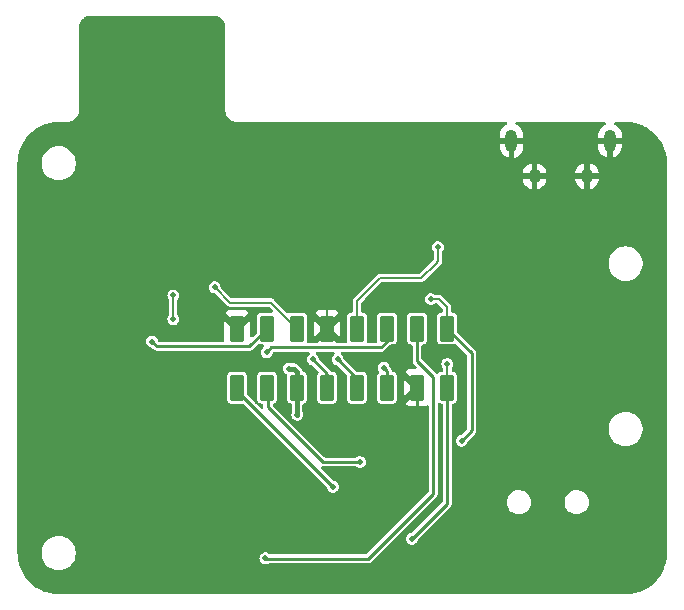
<source format=gbl>
%TF.GenerationSoftware,KiCad,Pcbnew,7.0.1*%
%TF.CreationDate,2023-10-27T08:58:37+02:00*%
%TF.ProjectId,SensorLeapSMA,53656e73-6f72-44c6-9561-70534d412e6b,rev?*%
%TF.SameCoordinates,Original*%
%TF.FileFunction,Copper,L4,Bot*%
%TF.FilePolarity,Positive*%
%FSLAX46Y46*%
G04 Gerber Fmt 4.6, Leading zero omitted, Abs format (unit mm)*
G04 Created by KiCad (PCBNEW 7.0.1) date 2023-10-27 08:58:37*
%MOMM*%
%LPD*%
G01*
G04 APERTURE LIST*
G04 Aperture macros list*
%AMRoundRect*
0 Rectangle with rounded corners*
0 $1 Rounding radius*
0 $2 $3 $4 $5 $6 $7 $8 $9 X,Y pos of 4 corners*
0 Add a 4 corners polygon primitive as box body*
4,1,4,$2,$3,$4,$5,$6,$7,$8,$9,$2,$3,0*
0 Add four circle primitives for the rounded corners*
1,1,$1+$1,$2,$3*
1,1,$1+$1,$4,$5*
1,1,$1+$1,$6,$7*
1,1,$1+$1,$8,$9*
0 Add four rect primitives between the rounded corners*
20,1,$1+$1,$2,$3,$4,$5,0*
20,1,$1+$1,$4,$5,$6,$7,0*
20,1,$1+$1,$6,$7,$8,$9,0*
20,1,$1+$1,$8,$9,$2,$3,0*%
G04 Aperture macros list end*
%TA.AperFunction,SMDPad,CuDef*%
%ADD10R,1.520000X5.080000*%
%TD*%
%TA.AperFunction,ComponentPad*%
%ADD11O,1.000000X1.900000*%
%TD*%
%TA.AperFunction,ComponentPad*%
%ADD12O,1.050000X1.250000*%
%TD*%
%TA.AperFunction,SMDPad,CuDef*%
%ADD13RoundRect,0.133333X-0.466667X-0.966667X0.466667X-0.966667X0.466667X0.966667X-0.466667X0.966667X0*%
%TD*%
%TA.AperFunction,ViaPad*%
%ADD14C,0.500000*%
%TD*%
%TA.AperFunction,Conductor*%
%ADD15C,0.250000*%
%TD*%
%TA.AperFunction,Conductor*%
%ADD16C,0.200000*%
%TD*%
%TA.AperFunction,Conductor*%
%ADD17C,0.400000*%
%TD*%
G04 APERTURE END LIST*
D10*
%TO.P,J1,4,4*%
%TO.N,GND*%
X67110000Y-34100000D03*
%TO.P,J1,5,5*%
X75590000Y-34100000D03*
%TD*%
D11*
%TO.P,J3,6,Shield*%
%TO.N,GND*%
X110175000Y-41600000D03*
D12*
X108225000Y-44600000D03*
X103775000Y-44600000D03*
D11*
X101825000Y-41600000D03*
%TD*%
D13*
%TO.P,J2,1,GPIO00(SDA0\u002CI2C)*%
%TO.N,SDA*%
X96380000Y-62500000D03*
%TO.P,J2,2,GPIO07(SCL0\u002C_I2C)*%
%TO.N,SCL*%
X96370000Y-57500000D03*
%TO.P,J2,3,GND*%
%TO.N,GND*%
X93840000Y-62500000D03*
%TO.P,J2,4,GPIO07(SPI_CE1)*%
%TO.N,Net-(J2-GPIO07(SPI_CE1))*%
X93830000Y-57500000D03*
%TO.P,J2,5,GPIO11(SPI_CLK)*%
%TO.N,SPI_CLK*%
X91300000Y-62500000D03*
%TO.P,J2,6,GPIO08(SPI_CE0)*%
%TO.N,SPI_CE0*%
X91290000Y-57500000D03*
%TO.P,J2,7,GPIO09(SPI_MISO)*%
%TO.N,SPI_MISO*%
X88760000Y-62500000D03*
%TO.P,J2,8,GPIO25*%
%TO.N,IRQ_MM350*%
X88750000Y-57500000D03*
%TO.P,J2,9,GPIO10(SPI_MOSI)*%
%TO.N,SPI_MOSI*%
X86220000Y-62500000D03*
%TO.P,J2,10,GND*%
%TO.N,GND*%
X86210000Y-57500000D03*
%TO.P,J2,11,3.3_DC_Power*%
%TO.N,+3V3*%
X83680000Y-62500000D03*
%TO.P,J2,12,GPIO24*%
%TO.N,IRQ_DW*%
X83670000Y-57500000D03*
%TO.P,J2,13,GPIO22*%
%TO.N,IRQ_ACCEL*%
X81140000Y-62500000D03*
%TO.P,J2,14,GPIO23*%
%TO.N,RST_DW*%
X81130000Y-57500000D03*
%TO.P,J2,15,GPIO27*%
%TO.N,IRQ_GYRO*%
X78600000Y-62500000D03*
%TO.P,J2,16,GND*%
%TO.N,GND*%
X78590000Y-57500000D03*
%TD*%
D14*
%TO.N,IRQ_GYRO*%
X86698000Y-70896000D03*
%TO.N,IRQ_ACCEL*%
X88998000Y-68800000D03*
%TO.N,SPI_MOSI*%
X85000000Y-60100000D03*
%TO.N,SPI_MISO*%
X87100000Y-60100000D03*
%TO.N,SPI_CE0*%
X81100000Y-59500000D03*
%TO.N,SPI_CLK*%
X91000000Y-60800000D03*
%TO.N,SCL*%
X97600000Y-67000000D03*
X95000000Y-55000000D03*
%TO.N,SDA*%
X96400000Y-60500000D03*
X93400000Y-75300000D03*
%TO.N,IRQ_DW*%
X76700000Y-54000000D03*
%TO.N,Net-(U1-SPICSn)*%
X73190000Y-54700000D03*
X73200000Y-56700000D03*
%TO.N,GND*%
X98000000Y-74000000D03*
X70070000Y-42000000D03*
X70070000Y-43200000D03*
X104000000Y-52000000D03*
X78000000Y-72000000D03*
X100000000Y-58000000D03*
X66900000Y-31700000D03*
X96000000Y-42000000D03*
X78000000Y-74000000D03*
X66900000Y-35900000D03*
X75900000Y-32900000D03*
X72090000Y-47100000D03*
X108000000Y-52000000D03*
X75300000Y-33500000D03*
X108000000Y-54000000D03*
X98000000Y-75700000D03*
X71890000Y-52000000D03*
X104000000Y-74000000D03*
X80000000Y-68000000D03*
X76500000Y-35900000D03*
X97600000Y-61700000D03*
X66300000Y-32300000D03*
X88000000Y-52000000D03*
X95000000Y-60000000D03*
X74700000Y-32900000D03*
X108000000Y-56000000D03*
X100000000Y-68000000D03*
X75900000Y-34100000D03*
X114000000Y-60000000D03*
X72100000Y-42300000D03*
X78000000Y-78000000D03*
X110000000Y-74000000D03*
X78000000Y-66000000D03*
X110000000Y-54000000D03*
X81990000Y-46000000D03*
X67240000Y-51170000D03*
X108000000Y-50000000D03*
X80000000Y-54000000D03*
X73690000Y-52000000D03*
X80000000Y-70000000D03*
X68100000Y-35900000D03*
X114000000Y-48000000D03*
X70650000Y-42900000D03*
X104000000Y-72000000D03*
X70070000Y-38400000D03*
X72710000Y-38400000D03*
X84000000Y-46000000D03*
X70650000Y-40500000D03*
X78000000Y-70000000D03*
X71890000Y-52900000D03*
X100000000Y-62000000D03*
X100000000Y-78000000D03*
X72700000Y-46200000D03*
X75900000Y-35900000D03*
X66300000Y-31700000D03*
X75990000Y-44000000D03*
X61000000Y-54000000D03*
X90000000Y-66000000D03*
X70640000Y-47700000D03*
X72100000Y-45300000D03*
X80000000Y-76000000D03*
X66300000Y-35300000D03*
X104000000Y-48000000D03*
X89000000Y-60000000D03*
X100000000Y-76000000D03*
X76500000Y-34100000D03*
X80000000Y-56000000D03*
X88000000Y-50000000D03*
X70060000Y-46800000D03*
X74000000Y-40000000D03*
X84000000Y-48000000D03*
X114000000Y-66000000D03*
X76500000Y-32900000D03*
X100000000Y-60000000D03*
X70650000Y-43500000D03*
X86000000Y-52000000D03*
X112000000Y-44000000D03*
X72700000Y-57400000D03*
X104000000Y-64000000D03*
X75040000Y-47950000D03*
X74700000Y-31700000D03*
X108000000Y-74000000D03*
X65990000Y-60000000D03*
X76500000Y-36500000D03*
X72100000Y-39300000D03*
X110000000Y-50000000D03*
X114000000Y-44000000D03*
X98000000Y-52000000D03*
X98000000Y-44000000D03*
X104000000Y-76000000D03*
X88000000Y-66000000D03*
X72100000Y-40500000D03*
X62000000Y-62000000D03*
X93700000Y-71500000D03*
X70070000Y-40800000D03*
X112000000Y-46000000D03*
X93600000Y-48100000D03*
X66900000Y-32900000D03*
X86000000Y-68000000D03*
X70650000Y-44100000D03*
X68100000Y-31700000D03*
X70060000Y-47400000D03*
X112000000Y-48000000D03*
X70070000Y-45000000D03*
X66490000Y-53900000D03*
X94000000Y-54000000D03*
X75900000Y-36500000D03*
X112000000Y-74000000D03*
X70060000Y-46200000D03*
X72710000Y-39600000D03*
X70000000Y-60000000D03*
X104000000Y-78000000D03*
X66000000Y-62000000D03*
X86200000Y-55500000D03*
X66900000Y-36500000D03*
X74500000Y-56500000D03*
X70650000Y-41100000D03*
X112000000Y-56000000D03*
X65990000Y-58000000D03*
X73990000Y-46000000D03*
X95500000Y-53700000D03*
X70640000Y-45900000D03*
X110000000Y-78000000D03*
X75900000Y-35300000D03*
X63990000Y-54000000D03*
X67500000Y-31700000D03*
X89442500Y-77850000D03*
X68100000Y-32900000D03*
X68100000Y-34100000D03*
X100000000Y-50000000D03*
X67500000Y-32900000D03*
X74000000Y-62000000D03*
X100000000Y-70000000D03*
X76500000Y-34700000D03*
X72100000Y-44700000D03*
X110000000Y-68000000D03*
X72700000Y-48000000D03*
X114000000Y-62000000D03*
X72090000Y-48300000D03*
X74700000Y-33500000D03*
X72710000Y-40200000D03*
X75300000Y-34100000D03*
X112000000Y-58000000D03*
X90600000Y-55500000D03*
X72100000Y-38100000D03*
X70650000Y-39300000D03*
X77000000Y-56200000D03*
X75900000Y-33500000D03*
X88000000Y-46000000D03*
X90000000Y-48000000D03*
X86000000Y-54000000D03*
X72090000Y-46500000D03*
X70000000Y-62000000D03*
X72710000Y-39000000D03*
X62000000Y-46000000D03*
X77990000Y-48000000D03*
X86000000Y-48000000D03*
X67500000Y-35900000D03*
X114000000Y-46000000D03*
X81990000Y-42000000D03*
X74000000Y-64000000D03*
X66900000Y-34100000D03*
X72100000Y-43500000D03*
X98000000Y-54000000D03*
X68100000Y-36500000D03*
X102000000Y-46000000D03*
X80000000Y-50000000D03*
X72100000Y-38700000D03*
X104000000Y-60000000D03*
X72710000Y-42000000D03*
X94000000Y-42000000D03*
X108400000Y-41600000D03*
X67500000Y-36500000D03*
X100000000Y-54000000D03*
X98800000Y-67000000D03*
X68000000Y-40000000D03*
X68100000Y-35300000D03*
X70070000Y-37800000D03*
X104000000Y-62000000D03*
X100000000Y-66000000D03*
X74700000Y-35900000D03*
X66000000Y-46000000D03*
X66000000Y-40000000D03*
X98000000Y-56000000D03*
X96000000Y-74000000D03*
X69900000Y-56400000D03*
X82000000Y-50000000D03*
X82000000Y-48000000D03*
X72090000Y-47700000D03*
X70640000Y-46500000D03*
X114000000Y-54000000D03*
X72700000Y-47400000D03*
X66300000Y-35900000D03*
X72100000Y-39900000D03*
X96000000Y-75700000D03*
X90000000Y-68000000D03*
X70650000Y-41700000D03*
X66900000Y-34700000D03*
X70640000Y-48300000D03*
X72710000Y-43800000D03*
X67990000Y-42000000D03*
X75300000Y-32300000D03*
X76000000Y-66000000D03*
X108000000Y-48000000D03*
X94000000Y-44000000D03*
X70650000Y-44700000D03*
X92000000Y-52000000D03*
X88000000Y-54000000D03*
X70070000Y-41400000D03*
X98000000Y-58000000D03*
X108000000Y-46000000D03*
X76500000Y-31700000D03*
X110000000Y-72000000D03*
X114000000Y-50000000D03*
X75990000Y-42000000D03*
X76500000Y-35300000D03*
X110000000Y-58000000D03*
X90000000Y-44000000D03*
X104000000Y-58000000D03*
X65990000Y-44000000D03*
X78000000Y-76000000D03*
X106000000Y-76000000D03*
X93700000Y-69900000D03*
X100000000Y-56000000D03*
X72710000Y-42600000D03*
X81990000Y-44000000D03*
X90998000Y-68996000D03*
X104000000Y-66000000D03*
X74700000Y-34100000D03*
X72090000Y-45900000D03*
X103600000Y-41600000D03*
X64000000Y-46000000D03*
X80000000Y-52000000D03*
X70000000Y-58000000D03*
X100000000Y-52000000D03*
X104000000Y-54000000D03*
X110000000Y-64000000D03*
X70990000Y-52900000D03*
X86600000Y-74550000D03*
X90000000Y-52000000D03*
X86000000Y-66000000D03*
X76000000Y-52000000D03*
X102000000Y-74000000D03*
X84000000Y-72000000D03*
X66300000Y-36500000D03*
X68100000Y-32300000D03*
X80000000Y-72000000D03*
X102000000Y-76000000D03*
X114000000Y-58000000D03*
X88000000Y-44000000D03*
X70070000Y-42600000D03*
X79990000Y-42000000D03*
X100000000Y-44000000D03*
X70640000Y-47100000D03*
X75300000Y-35300000D03*
X75900000Y-32300000D03*
X67500000Y-34700000D03*
X86698000Y-69596000D03*
X84000000Y-50000000D03*
X102000000Y-78000000D03*
X66240000Y-51170000D03*
X86000000Y-46000000D03*
X84000000Y-76000000D03*
X74000000Y-42000000D03*
X110000000Y-76000000D03*
X106000000Y-78000000D03*
X70650000Y-42300000D03*
X74000000Y-44000000D03*
X72100000Y-44100000D03*
X72710000Y-45000000D03*
X104000000Y-50000000D03*
X72000000Y-62000000D03*
X92000000Y-66000000D03*
X77990000Y-44000000D03*
X67500000Y-32300000D03*
X72790000Y-52900000D03*
X97500000Y-63900000D03*
X84000000Y-44000000D03*
X70990000Y-52000000D03*
X106000000Y-72000000D03*
X76000000Y-40000000D03*
X76500000Y-33500000D03*
X67500000Y-33500000D03*
X76300000Y-57600000D03*
X84000000Y-54000000D03*
X90000000Y-46000000D03*
X66300000Y-33500000D03*
X62000000Y-48000000D03*
X80000000Y-66000000D03*
X72710000Y-41400000D03*
X66900000Y-35300000D03*
X114000000Y-56000000D03*
X72700000Y-46800000D03*
X90000000Y-50000000D03*
X108000000Y-76000000D03*
X86000000Y-44000000D03*
X94000000Y-66000000D03*
X112000000Y-42000000D03*
X64000000Y-62000000D03*
X72100000Y-37500000D03*
X100000000Y-74000000D03*
X66300000Y-32900000D03*
X110000000Y-48000000D03*
X70650000Y-39900000D03*
X64000000Y-60000000D03*
X75900000Y-31700000D03*
X100000000Y-48000000D03*
X114000000Y-68000000D03*
X75300000Y-34700000D03*
X72100000Y-41700000D03*
X70070000Y-39000000D03*
X66300000Y-34700000D03*
X112000000Y-60000000D03*
X78000000Y-68000000D03*
X88000000Y-42000000D03*
X98000000Y-42000000D03*
X78000000Y-52000000D03*
X79990000Y-46000000D03*
X98000000Y-68000000D03*
X98000000Y-50000000D03*
X70650000Y-38100000D03*
X70070000Y-44400000D03*
X80000000Y-48000000D03*
X104000000Y-56000000D03*
X108000000Y-58000000D03*
X110000000Y-70000000D03*
X108000000Y-60000000D03*
X66300000Y-34100000D03*
X102000000Y-44000000D03*
X70070000Y-39600000D03*
X94000000Y-52000000D03*
X75900000Y-54700000D03*
X70070000Y-43800000D03*
X94000000Y-78000000D03*
X62000000Y-50000000D03*
X62000000Y-52000000D03*
X67990000Y-58000000D03*
X79380000Y-79090000D03*
X73690000Y-52900000D03*
X84000000Y-52000000D03*
X72710000Y-44400000D03*
X108000000Y-62000000D03*
X92000000Y-42000000D03*
X74700000Y-34700000D03*
X70070000Y-45600000D03*
X82000000Y-52000000D03*
X114000000Y-52000000D03*
X77990000Y-50000000D03*
X108000000Y-64000000D03*
X72100000Y-41100000D03*
X65990000Y-42000000D03*
X67990000Y-60000000D03*
X72710000Y-43200000D03*
X88000000Y-48000000D03*
X75300000Y-36500000D03*
X90000000Y-42000000D03*
X110000000Y-62000000D03*
X112000000Y-62000000D03*
X92000000Y-50000000D03*
X75990000Y-48000000D03*
X106000000Y-74000000D03*
X86000000Y-50000000D03*
X68000000Y-62000000D03*
X83210000Y-77810000D03*
X72710000Y-45600000D03*
X77990000Y-42000000D03*
X68100000Y-33500000D03*
X74700000Y-32300000D03*
X75300000Y-35900000D03*
X114000000Y-64000000D03*
X92000000Y-54000000D03*
X70650000Y-38700000D03*
X76000000Y-62000000D03*
X110000000Y-56000000D03*
X75900000Y-34700000D03*
X75300000Y-31700000D03*
X92000000Y-44000000D03*
X72100000Y-42900000D03*
X98000000Y-47300000D03*
X110000000Y-46000000D03*
X100000000Y-64000000D03*
X96000000Y-44000000D03*
X110000000Y-60000000D03*
X63000000Y-56000000D03*
X76500000Y-32300000D03*
X66900000Y-32300000D03*
X108000000Y-78000000D03*
X100000000Y-72000000D03*
X88000000Y-68000000D03*
X74700000Y-35300000D03*
X89000000Y-75000000D03*
X76000000Y-50000000D03*
X70060000Y-48000000D03*
X84000000Y-42000000D03*
X110000000Y-44000000D03*
X68000000Y-46000000D03*
X74700000Y-36500000D03*
X82000000Y-54000000D03*
X66900000Y-33500000D03*
X72790000Y-52000000D03*
X76000000Y-64000000D03*
X79990000Y-44000000D03*
X97500000Y-60000000D03*
X67500000Y-34100000D03*
X70650000Y-37500000D03*
X63890000Y-51400000D03*
X86000000Y-42000000D03*
X72710000Y-37800000D03*
X72000000Y-60000000D03*
X100000000Y-42000000D03*
X70070000Y-40200000D03*
X72710000Y-40800000D03*
X96400000Y-51000000D03*
X68100000Y-34700000D03*
X94000000Y-68000000D03*
X80000000Y-74000000D03*
X67500000Y-35300000D03*
X70650000Y-45300000D03*
X75300000Y-32900000D03*
X86292500Y-77850000D03*
X108000000Y-66000000D03*
X67990000Y-44000000D03*
%TO.N,+3V3*%
X83000000Y-60900000D03*
X83700000Y-64800000D03*
%TO.N,RST_DW*%
X71400000Y-58600000D03*
%TO.N,Net-(J2-GPIO07(SPI_CE1))*%
X80992500Y-76950000D03*
%TO.N,IRQ_MM350*%
X95600000Y-50600000D03*
%TD*%
D15*
%TO.N,IRQ_GYRO*%
X78600000Y-62800000D02*
X86696000Y-70896000D01*
X78600000Y-62500000D02*
X78600000Y-62800000D01*
X86696000Y-70896000D02*
X86698000Y-70896000D01*
%TO.N,IRQ_ACCEL*%
X88998000Y-68800000D02*
X85847405Y-68800000D01*
X81178000Y-64130595D02*
X81178000Y-62496000D01*
X85847405Y-68800000D02*
X81178000Y-64130595D01*
%TO.N,SPI_MOSI*%
X85000000Y-60100000D02*
X86220000Y-61320000D01*
X86220000Y-61320000D02*
X86220000Y-62500000D01*
%TO.N,SPI_MISO*%
X87100000Y-60100000D02*
X88760000Y-61760000D01*
X88760000Y-61760000D02*
X88760000Y-62500000D01*
%TO.N,SPI_CE0*%
X91290000Y-58600000D02*
X91290000Y-57500000D01*
X81500000Y-59100000D02*
X90790000Y-59100000D01*
X81100000Y-59500000D02*
X81500000Y-59100000D01*
X90790000Y-59100000D02*
X91290000Y-58600000D01*
%TO.N,SPI_CLK*%
X91300000Y-61100000D02*
X91000000Y-60800000D01*
X91300000Y-62500000D02*
X91300000Y-61100000D01*
D16*
%TO.N,SCL*%
X95700000Y-55000000D02*
X95000000Y-55000000D01*
X96370000Y-55670000D02*
X96370000Y-57500000D01*
D15*
X96370000Y-57500000D02*
X98475000Y-59605000D01*
D16*
X95700000Y-55000000D02*
X96370000Y-55670000D01*
D15*
X98475000Y-66125000D02*
X97600000Y-67000000D01*
X98475000Y-59605000D02*
X98475000Y-66125000D01*
D16*
%TO.N,SDA*%
X96400000Y-62480000D02*
X96380000Y-62500000D01*
X96400000Y-60500000D02*
X96400000Y-62480000D01*
D15*
X93400000Y-75300000D02*
X96380000Y-72320000D01*
X96380000Y-72320000D02*
X96380000Y-62500000D01*
D16*
%TO.N,IRQ_DW*%
X81470000Y-55300000D02*
X83670000Y-57500000D01*
X76700000Y-54000000D02*
X78000000Y-55300000D01*
X78000000Y-55300000D02*
X81470000Y-55300000D01*
%TO.N,Net-(U1-SPICSn)*%
X73190000Y-54700000D02*
X73190000Y-56690000D01*
X73190000Y-56690000D02*
X73200000Y-56700000D01*
D15*
%TO.N,GND*%
X93840000Y-62500000D02*
X93840000Y-65840000D01*
D16*
X86210000Y-55510000D02*
X86200000Y-55500000D01*
D15*
X93840000Y-65840000D02*
X94000000Y-66000000D01*
D16*
X86210000Y-57500000D02*
X86210000Y-55510000D01*
D17*
%TO.N,+3V3*%
X83680000Y-64800000D02*
X83680000Y-62500000D01*
X83680000Y-61180000D02*
X83680000Y-62500000D01*
X83400000Y-60900000D02*
X83680000Y-61180000D01*
X83000000Y-60900000D02*
X83400000Y-60900000D01*
D15*
%TO.N,RST_DW*%
X71800000Y-59000000D02*
X71400000Y-58600000D01*
X81130000Y-57500000D02*
X79630000Y-59000000D01*
X79630000Y-59000000D02*
X71800000Y-59000000D01*
%TO.N,Net-(J2-GPIO07(SPI_CE1))*%
X81042500Y-77000000D02*
X80992500Y-76950000D01*
X95200000Y-61600000D02*
X95200000Y-71471752D01*
X95200000Y-71471752D02*
X89671752Y-77000000D01*
X89671752Y-77000000D02*
X81042500Y-77000000D01*
X93830000Y-57500000D02*
X93830000Y-60230000D01*
X93830000Y-60230000D02*
X95200000Y-61600000D01*
D16*
%TO.N,IRQ_MM350*%
X94200000Y-53200000D02*
X95400000Y-52000000D01*
X88750000Y-57500000D02*
X88750000Y-55150000D01*
X88750000Y-55150000D02*
X90700000Y-53200000D01*
X95600000Y-51800000D02*
X95600000Y-50600000D01*
X90700000Y-53200000D02*
X94200000Y-53200000D01*
X95400000Y-52000000D02*
X95600000Y-51800000D01*
%TD*%
%TA.AperFunction,Conductor*%
%TO.N,GND*%
G36*
X77599500Y-39087533D02*
G01*
X77614668Y-39173561D01*
X77629899Y-39259938D01*
X77689775Y-39424445D01*
X77777308Y-39576055D01*
X77889837Y-39710163D01*
X78023945Y-39822692D01*
X78175555Y-39910225D01*
X78340062Y-39970101D01*
X78420676Y-39984315D01*
X78512467Y-40000500D01*
X78512468Y-40000500D01*
X78599901Y-40000500D01*
X78600000Y-40000500D01*
X78600500Y-40000500D01*
X101357586Y-40000500D01*
X101423178Y-40019268D01*
X101468914Y-40069891D01*
X101480950Y-40137045D01*
X101455642Y-40200401D01*
X101400652Y-40240781D01*
X101382335Y-40247564D01*
X101209736Y-40355145D01*
X101062330Y-40495266D01*
X100946144Y-40662194D01*
X100865940Y-40849092D01*
X100825000Y-41048311D01*
X100825000Y-41350000D01*
X102825000Y-41350000D01*
X102825000Y-41099290D01*
X102809580Y-40947660D01*
X102748696Y-40753610D01*
X102649996Y-40575785D01*
X102517520Y-40421468D01*
X102356692Y-40296978D01*
X102232027Y-40235828D01*
X102182754Y-40192211D01*
X102162737Y-40129526D01*
X102177612Y-40065425D01*
X102223190Y-40017960D01*
X102286635Y-40000500D01*
X109707586Y-40000500D01*
X109773178Y-40019268D01*
X109818914Y-40069891D01*
X109830950Y-40137045D01*
X109805642Y-40200401D01*
X109750652Y-40240781D01*
X109732335Y-40247564D01*
X109559736Y-40355145D01*
X109412330Y-40495266D01*
X109296144Y-40662194D01*
X109215940Y-40849092D01*
X109175000Y-41048311D01*
X109175000Y-41350000D01*
X111175000Y-41350000D01*
X111175000Y-41099290D01*
X111159580Y-40947660D01*
X111098696Y-40753610D01*
X110999996Y-40575785D01*
X110867520Y-40421468D01*
X110706692Y-40296978D01*
X110582027Y-40235828D01*
X110532754Y-40192211D01*
X110512737Y-40129526D01*
X110527612Y-40065425D01*
X110573190Y-40017960D01*
X110636635Y-40000500D01*
X111496949Y-40000500D01*
X111503032Y-40000649D01*
X111507384Y-40000862D01*
X111652450Y-40007989D01*
X111843670Y-40018010D01*
X111855324Y-40019177D01*
X112021254Y-40043791D01*
X112022225Y-40043940D01*
X112194897Y-40071289D01*
X112205570Y-40073465D01*
X112371374Y-40114997D01*
X112373014Y-40115422D01*
X112538880Y-40159866D01*
X112548544Y-40162884D01*
X112710526Y-40220843D01*
X112713188Y-40221830D01*
X112746726Y-40234704D01*
X112872097Y-40282829D01*
X112880623Y-40286475D01*
X113036869Y-40360374D01*
X113040055Y-40361939D01*
X113156888Y-40421468D01*
X113191094Y-40438897D01*
X113198547Y-40443023D01*
X113347075Y-40532047D01*
X113350824Y-40534387D01*
X113492670Y-40626503D01*
X113498977Y-40630884D01*
X113638210Y-40734147D01*
X113642365Y-40737367D01*
X113773635Y-40843667D01*
X113778872Y-40848155D01*
X113907389Y-40964636D01*
X113911797Y-40968833D01*
X114031165Y-41088201D01*
X114035362Y-41092609D01*
X114151843Y-41221126D01*
X114156331Y-41226363D01*
X114262620Y-41357619D01*
X114265851Y-41361788D01*
X114369114Y-41501021D01*
X114373512Y-41507353D01*
X114465599Y-41649155D01*
X114467963Y-41652942D01*
X114556975Y-41801451D01*
X114561101Y-41808904D01*
X114638037Y-41959898D01*
X114639647Y-41963176D01*
X114680475Y-42049500D01*
X114713510Y-42119345D01*
X114717179Y-42127925D01*
X114778168Y-42286810D01*
X114779155Y-42289472D01*
X114837111Y-42451447D01*
X114840135Y-42461128D01*
X114884535Y-42626827D01*
X114885044Y-42628792D01*
X114926526Y-42794398D01*
X114928715Y-42805130D01*
X114956041Y-42977665D01*
X114956226Y-42978867D01*
X114980818Y-43144649D01*
X114981990Y-43156354D01*
X114989830Y-43305941D01*
X114990000Y-43312431D01*
X114990000Y-76687569D01*
X114989830Y-76694059D01*
X114981990Y-76843644D01*
X114980818Y-76855349D01*
X114956226Y-77021131D01*
X114956041Y-77022333D01*
X114928715Y-77194868D01*
X114926526Y-77205600D01*
X114885044Y-77371206D01*
X114884535Y-77373171D01*
X114840135Y-77538870D01*
X114837111Y-77548551D01*
X114779155Y-77710526D01*
X114778168Y-77713188D01*
X114717179Y-77872073D01*
X114713510Y-77880653D01*
X114639647Y-78036822D01*
X114638037Y-78040100D01*
X114561101Y-78191094D01*
X114556975Y-78198547D01*
X114467963Y-78347056D01*
X114465599Y-78350843D01*
X114373512Y-78492645D01*
X114369114Y-78498977D01*
X114265851Y-78638210D01*
X114262620Y-78642379D01*
X114156331Y-78773635D01*
X114151843Y-78778872D01*
X114035362Y-78907389D01*
X114031165Y-78911797D01*
X113911797Y-79031165D01*
X113907389Y-79035362D01*
X113778872Y-79151843D01*
X113773635Y-79156331D01*
X113642379Y-79262620D01*
X113638210Y-79265851D01*
X113498977Y-79369114D01*
X113492645Y-79373512D01*
X113350843Y-79465599D01*
X113347056Y-79467963D01*
X113198547Y-79556975D01*
X113191094Y-79561101D01*
X113040100Y-79638037D01*
X113036822Y-79639647D01*
X112880653Y-79713510D01*
X112872073Y-79717179D01*
X112713188Y-79778168D01*
X112710526Y-79779155D01*
X112548551Y-79837111D01*
X112538870Y-79840135D01*
X112373171Y-79884535D01*
X112371206Y-79885044D01*
X112205600Y-79926526D01*
X112194868Y-79928715D01*
X112022333Y-79956041D01*
X112021131Y-79956226D01*
X111855349Y-79980818D01*
X111843644Y-79981990D01*
X111652774Y-79991993D01*
X111652369Y-79992014D01*
X111503033Y-79999351D01*
X111496948Y-79999500D01*
X63503052Y-79999500D01*
X63496967Y-79999351D01*
X63347629Y-79992014D01*
X63347224Y-79991993D01*
X63156354Y-79981990D01*
X63144649Y-79980818D01*
X62978867Y-79956226D01*
X62977665Y-79956041D01*
X62805130Y-79928715D01*
X62794398Y-79926526D01*
X62628792Y-79885044D01*
X62626827Y-79884535D01*
X62461128Y-79840135D01*
X62451447Y-79837111D01*
X62289472Y-79779155D01*
X62286810Y-79778168D01*
X62127925Y-79717179D01*
X62119351Y-79713512D01*
X61963176Y-79639647D01*
X61959898Y-79638037D01*
X61808904Y-79561101D01*
X61801451Y-79556975D01*
X61652942Y-79467963D01*
X61649155Y-79465599D01*
X61601996Y-79434973D01*
X61507343Y-79373505D01*
X61501021Y-79369114D01*
X61361788Y-79265851D01*
X61357619Y-79262620D01*
X61226363Y-79156331D01*
X61221126Y-79151843D01*
X61092609Y-79035362D01*
X61088201Y-79031165D01*
X60968833Y-78911797D01*
X60964636Y-78907389D01*
X60848155Y-78778872D01*
X60843667Y-78773635D01*
X60737378Y-78642379D01*
X60734147Y-78638210D01*
X60630884Y-78498977D01*
X60626503Y-78492670D01*
X60534387Y-78350824D01*
X60532035Y-78347056D01*
X60443023Y-78198547D01*
X60438897Y-78191094D01*
X60434511Y-78182487D01*
X60361939Y-78040055D01*
X60360374Y-78036869D01*
X60286475Y-77880623D01*
X60282829Y-77872097D01*
X60221830Y-77713188D01*
X60220843Y-77710526D01*
X60162887Y-77548551D01*
X60159863Y-77538870D01*
X60115422Y-77373014D01*
X60114989Y-77371340D01*
X60073465Y-77205570D01*
X60071289Y-77194897D01*
X60043940Y-77022225D01*
X60043791Y-77021254D01*
X60019177Y-76855324D01*
X60018010Y-76843670D01*
X60007989Y-76652450D01*
X60006404Y-76620191D01*
X62049500Y-76620191D01*
X62089066Y-76857299D01*
X62167116Y-77084652D01*
X62167117Y-77084655D01*
X62167118Y-77084656D01*
X62242188Y-77223374D01*
X62281531Y-77296072D01*
X62370168Y-77409952D01*
X62429175Y-77485764D01*
X62606031Y-77648571D01*
X62807272Y-77780049D01*
X63027409Y-77876610D01*
X63260437Y-77935620D01*
X63332266Y-77941571D01*
X63440004Y-77950500D01*
X63440010Y-77950500D01*
X63559990Y-77950500D01*
X63559996Y-77950500D01*
X63657938Y-77942383D01*
X63739563Y-77935620D01*
X63972591Y-77876610D01*
X64192728Y-77780049D01*
X64393969Y-77648571D01*
X64570825Y-77485764D01*
X64718472Y-77296067D01*
X64832882Y-77084656D01*
X64879109Y-76950000D01*
X80486853Y-76950000D01*
X80507334Y-77092457D01*
X80567123Y-77223374D01*
X80642034Y-77309826D01*
X80661372Y-77332143D01*
X80782447Y-77409953D01*
X80920539Y-77450500D01*
X81064461Y-77450500D01*
X81202553Y-77409953D01*
X81225533Y-77395184D01*
X81257637Y-77380523D01*
X81292572Y-77375500D01*
X89619947Y-77375500D01*
X89645393Y-77378139D01*
X89649192Y-77378935D01*
X89656020Y-77380367D01*
X89685890Y-77376643D01*
X89687429Y-77376452D01*
X89702766Y-77375500D01*
X89702863Y-77375500D01*
X89702866Y-77375500D01*
X89723395Y-77372073D01*
X89728411Y-77371342D01*
X89780378Y-77364866D01*
X89780380Y-77364864D01*
X89788209Y-77363889D01*
X89788418Y-77363822D01*
X89795359Y-77360065D01*
X89795362Y-77360065D01*
X89841418Y-77335140D01*
X89845896Y-77332835D01*
X89892963Y-77309826D01*
X89892964Y-77309824D01*
X89900060Y-77306356D01*
X89900228Y-77306230D01*
X89905576Y-77300419D01*
X89905578Y-77300419D01*
X89941046Y-77261889D01*
X89944547Y-77258240D01*
X95428889Y-71773898D01*
X95448741Y-71757777D01*
X95457836Y-71751836D01*
X95477273Y-71726862D01*
X95487453Y-71715335D01*
X95487519Y-71715270D01*
X95499624Y-71698313D01*
X95502627Y-71694286D01*
X95534809Y-71652941D01*
X95534810Y-71652937D01*
X95539666Y-71646699D01*
X95539753Y-71646531D01*
X95542010Y-71638951D01*
X95556955Y-71588749D01*
X95558486Y-71583970D01*
X95575500Y-71534412D01*
X95575500Y-71534410D01*
X95578060Y-71526953D01*
X95578093Y-71526722D01*
X95577767Y-71518843D01*
X95577768Y-71518841D01*
X95575605Y-71466559D01*
X95575500Y-71461437D01*
X95575500Y-63927399D01*
X95591061Y-63867258D01*
X95633838Y-63822211D01*
X95693096Y-63803564D01*
X95753960Y-63815998D01*
X95802297Y-63839629D01*
X95820949Y-63842346D01*
X95876906Y-63850500D01*
X95876909Y-63850500D01*
X95880500Y-63850500D01*
X95884783Y-63851647D01*
X95885801Y-63851796D01*
X95885783Y-63851915D01*
X95942500Y-63867113D01*
X95987887Y-63912500D01*
X96004500Y-63974500D01*
X96004500Y-72113100D01*
X95995061Y-72160553D01*
X95968181Y-72200781D01*
X93405781Y-74763181D01*
X93365553Y-74790061D01*
X93345047Y-74794139D01*
X93345146Y-74794477D01*
X93189947Y-74840047D01*
X93068870Y-74917858D01*
X92974623Y-75026625D01*
X92914834Y-75157542D01*
X92894353Y-75300000D01*
X92914834Y-75442457D01*
X92974623Y-75573374D01*
X93068870Y-75682141D01*
X93068872Y-75682143D01*
X93189947Y-75759953D01*
X93328039Y-75800500D01*
X93471961Y-75800500D01*
X93610053Y-75759953D01*
X93731128Y-75682143D01*
X93825377Y-75573373D01*
X93885165Y-75442457D01*
X93895510Y-75370501D01*
X93907363Y-75332646D01*
X93930563Y-75300472D01*
X96608889Y-72622146D01*
X96628741Y-72606025D01*
X96637836Y-72600084D01*
X96657273Y-72575110D01*
X96667453Y-72563583D01*
X96667519Y-72563518D01*
X96679624Y-72546561D01*
X96682627Y-72542534D01*
X96714809Y-72501189D01*
X96714810Y-72501185D01*
X96719666Y-72494947D01*
X96719753Y-72494779D01*
X96722010Y-72487199D01*
X96736955Y-72436997D01*
X96738486Y-72432218D01*
X96755500Y-72382660D01*
X96755500Y-72382658D01*
X96758060Y-72375201D01*
X96758093Y-72374970D01*
X96757767Y-72367091D01*
X96757768Y-72367089D01*
X96755605Y-72314807D01*
X96755500Y-72309685D01*
X96755500Y-72199999D01*
X101419538Y-72199999D01*
X101439337Y-72401031D01*
X101450264Y-72437052D01*
X101497977Y-72594341D01*
X101593202Y-72772494D01*
X101643275Y-72833508D01*
X101721352Y-72928647D01*
X101799429Y-72992722D01*
X101877506Y-73056798D01*
X102055659Y-73152023D01*
X102248967Y-73210662D01*
X102399620Y-73225500D01*
X102500379Y-73225500D01*
X102500380Y-73225500D01*
X102651033Y-73210662D01*
X102844341Y-73152023D01*
X103022494Y-73056798D01*
X103178647Y-72928647D01*
X103306798Y-72772494D01*
X103402023Y-72594341D01*
X103460662Y-72401033D01*
X103480462Y-72200000D01*
X103480462Y-72199999D01*
X106319538Y-72199999D01*
X106339337Y-72401031D01*
X106350264Y-72437052D01*
X106397977Y-72594341D01*
X106493202Y-72772494D01*
X106543275Y-72833508D01*
X106621352Y-72928647D01*
X106699429Y-72992722D01*
X106777506Y-73056798D01*
X106955659Y-73152023D01*
X107148967Y-73210662D01*
X107299620Y-73225500D01*
X107400379Y-73225500D01*
X107400380Y-73225500D01*
X107551033Y-73210662D01*
X107744341Y-73152023D01*
X107922494Y-73056798D01*
X108078647Y-72928647D01*
X108206798Y-72772494D01*
X108302023Y-72594341D01*
X108360662Y-72401033D01*
X108380462Y-72200000D01*
X108360662Y-71998967D01*
X108302023Y-71805659D01*
X108206798Y-71627506D01*
X108123871Y-71526459D01*
X108078647Y-71471352D01*
X107938031Y-71355953D01*
X107922494Y-71343202D01*
X107833417Y-71295589D01*
X107744343Y-71247978D01*
X107744342Y-71247977D01*
X107744341Y-71247977D01*
X107647687Y-71218657D01*
X107551031Y-71189337D01*
X107416837Y-71176120D01*
X107400380Y-71174500D01*
X107299620Y-71174500D01*
X107284782Y-71175961D01*
X107148968Y-71189337D01*
X106955656Y-71247978D01*
X106777507Y-71343201D01*
X106621352Y-71471352D01*
X106493201Y-71627507D01*
X106397978Y-71805656D01*
X106339337Y-71998968D01*
X106319538Y-72199999D01*
X103480462Y-72199999D01*
X103460662Y-71998967D01*
X103402023Y-71805659D01*
X103306798Y-71627506D01*
X103223871Y-71526459D01*
X103178647Y-71471352D01*
X103038031Y-71355953D01*
X103022494Y-71343202D01*
X102933417Y-71295589D01*
X102844343Y-71247978D01*
X102844342Y-71247977D01*
X102844341Y-71247977D01*
X102747687Y-71218657D01*
X102651031Y-71189337D01*
X102516837Y-71176120D01*
X102500380Y-71174500D01*
X102399620Y-71174500D01*
X102384782Y-71175961D01*
X102248968Y-71189337D01*
X102055656Y-71247978D01*
X101877507Y-71343201D01*
X101721352Y-71471352D01*
X101593201Y-71627507D01*
X101497978Y-71805656D01*
X101439337Y-71998968D01*
X101419538Y-72199999D01*
X96755500Y-72199999D01*
X96755500Y-63974499D01*
X96772113Y-63912499D01*
X96817500Y-63867112D01*
X96874216Y-63851914D01*
X96874199Y-63851794D01*
X96875224Y-63851644D01*
X96879500Y-63850499D01*
X96883088Y-63850499D01*
X96883090Y-63850499D01*
X96957703Y-63839629D01*
X97072787Y-63783368D01*
X97163368Y-63692787D01*
X97219629Y-63577703D01*
X97230500Y-63503091D01*
X97230499Y-61496910D01*
X97219629Y-61422297D01*
X97163368Y-61307213D01*
X97163367Y-61307212D01*
X97163367Y-61307211D01*
X97072788Y-61216632D01*
X96963070Y-61162995D01*
X96957703Y-61160371D01*
X96957701Y-61160370D01*
X96957700Y-61160370D01*
X96883094Y-61149500D01*
X96883091Y-61149500D01*
X96874500Y-61149500D01*
X96812500Y-61132887D01*
X96767113Y-61087500D01*
X96750500Y-61025500D01*
X96750500Y-60906036D01*
X96758318Y-60862703D01*
X96780787Y-60824834D01*
X96825376Y-60773374D01*
X96825375Y-60773374D01*
X96825377Y-60773373D01*
X96885165Y-60642457D01*
X96905647Y-60500000D01*
X96885165Y-60357543D01*
X96880093Y-60346438D01*
X96825376Y-60226625D01*
X96731129Y-60117858D01*
X96731128Y-60117857D01*
X96610053Y-60040047D01*
X96471961Y-59999500D01*
X96328039Y-59999500D01*
X96189947Y-60040047D01*
X96068870Y-60117858D01*
X95974623Y-60226625D01*
X95914834Y-60357542D01*
X95894353Y-60499999D01*
X95914834Y-60642457D01*
X95974623Y-60773374D01*
X96019213Y-60824834D01*
X96041682Y-60862703D01*
X96049500Y-60906036D01*
X96049500Y-61025501D01*
X96032887Y-61087501D01*
X95987500Y-61132888D01*
X95925500Y-61149501D01*
X95876910Y-61149501D01*
X95827167Y-61156747D01*
X95802296Y-61160371D01*
X95687212Y-61216632D01*
X95605121Y-61298723D01*
X95549533Y-61330816D01*
X95485346Y-61330816D01*
X95429759Y-61298722D01*
X94241819Y-60110781D01*
X94214939Y-60070553D01*
X94205500Y-60023100D01*
X94205500Y-58974499D01*
X94222113Y-58912499D01*
X94267500Y-58867112D01*
X94324216Y-58851914D01*
X94324199Y-58851794D01*
X94325224Y-58851644D01*
X94329500Y-58850499D01*
X94333088Y-58850499D01*
X94333090Y-58850499D01*
X94407703Y-58839629D01*
X94522787Y-58783368D01*
X94613368Y-58692787D01*
X94669629Y-58577703D01*
X94680500Y-58503091D01*
X94680499Y-56496910D01*
X94669629Y-56422297D01*
X94613368Y-56307213D01*
X94613367Y-56307212D01*
X94613367Y-56307211D01*
X94522788Y-56216632D01*
X94458467Y-56185188D01*
X94407703Y-56160371D01*
X94407701Y-56160370D01*
X94407700Y-56160370D01*
X94333094Y-56149500D01*
X93326912Y-56149500D01*
X93252296Y-56160371D01*
X93137211Y-56216632D01*
X93046632Y-56307211D01*
X92990370Y-56422299D01*
X92979500Y-56496905D01*
X92979500Y-58503087D01*
X92990371Y-58577703D01*
X93046632Y-58692788D01*
X93137211Y-58783367D01*
X93137212Y-58783367D01*
X93137213Y-58783368D01*
X93252297Y-58839629D01*
X93282141Y-58843977D01*
X93326906Y-58850500D01*
X93326909Y-58850500D01*
X93330500Y-58850500D01*
X93334783Y-58851647D01*
X93335801Y-58851796D01*
X93335783Y-58851915D01*
X93392500Y-58867113D01*
X93437887Y-58912500D01*
X93454500Y-58974500D01*
X93454500Y-60178195D01*
X93451861Y-60203641D01*
X93449633Y-60214266D01*
X93453548Y-60245677D01*
X93454500Y-60261014D01*
X93454500Y-60261116D01*
X93457918Y-60281602D01*
X93458657Y-60286670D01*
X93466107Y-60346438D01*
X93466185Y-60346682D01*
X93494827Y-60399608D01*
X93497171Y-60404162D01*
X93523634Y-60458292D01*
X93523777Y-60458482D01*
X93529579Y-60463824D01*
X93529581Y-60463826D01*
X93568108Y-60499293D01*
X93571780Y-60502817D01*
X93757282Y-60688319D01*
X93787532Y-60737682D01*
X93792074Y-60795398D01*
X93769919Y-60848885D01*
X93725896Y-60886485D01*
X93669601Y-60900000D01*
X93309365Y-60900000D01*
X93273469Y-60902824D01*
X93119807Y-60947468D01*
X92982072Y-61028924D01*
X92868924Y-61142072D01*
X92856548Y-61162995D01*
X94105871Y-62412318D01*
X94137965Y-62467905D01*
X94137965Y-62532093D01*
X94105871Y-62587680D01*
X92856548Y-63837002D01*
X92868923Y-63857926D01*
X92982072Y-63971075D01*
X93119807Y-64052531D01*
X93273466Y-64097174D01*
X93309368Y-64099999D01*
X94370634Y-64099999D01*
X94406530Y-64097175D01*
X94560193Y-64052531D01*
X94637379Y-64006884D01*
X94699526Y-63989620D01*
X94761937Y-64005906D01*
X94807725Y-64051335D01*
X94824500Y-64113616D01*
X94824500Y-71264853D01*
X94815061Y-71312306D01*
X94788181Y-71352534D01*
X89552533Y-76588181D01*
X89512305Y-76615061D01*
X89464852Y-76624500D01*
X81429338Y-76624500D01*
X81377825Y-76613294D01*
X81335625Y-76581702D01*
X81323628Y-76567857D01*
X81202553Y-76490047D01*
X81064461Y-76449500D01*
X80920539Y-76449500D01*
X80782447Y-76490047D01*
X80661370Y-76567858D01*
X80567123Y-76676625D01*
X80507334Y-76807542D01*
X80486853Y-76950000D01*
X64879109Y-76950000D01*
X64910934Y-76857297D01*
X64950500Y-76620192D01*
X64950500Y-76379808D01*
X64910934Y-76142703D01*
X64832882Y-75915344D01*
X64718472Y-75703933D01*
X64718469Y-75703929D01*
X64718468Y-75703927D01*
X64570827Y-75514239D01*
X64570825Y-75514236D01*
X64393969Y-75351429D01*
X64192728Y-75219951D01*
X63972591Y-75123390D01*
X63739563Y-75064380D01*
X63739561Y-75064379D01*
X63739558Y-75064379D01*
X63559996Y-75049500D01*
X63559990Y-75049500D01*
X63440010Y-75049500D01*
X63440004Y-75049500D01*
X63260441Y-75064379D01*
X63260437Y-75064379D01*
X63260437Y-75064380D01*
X63027409Y-75123390D01*
X62807272Y-75219951D01*
X62606031Y-75351429D01*
X62606029Y-75351430D01*
X62606030Y-75351430D01*
X62429172Y-75514239D01*
X62281531Y-75703927D01*
X62167116Y-75915347D01*
X62089066Y-76142700D01*
X62049500Y-76379809D01*
X62049500Y-76620191D01*
X60006404Y-76620191D01*
X60000649Y-76503032D01*
X60000500Y-76496949D01*
X60000500Y-63503087D01*
X77749500Y-63503087D01*
X77760371Y-63577703D01*
X77816632Y-63692788D01*
X77907211Y-63783367D01*
X77907212Y-63783367D01*
X77907213Y-63783368D01*
X78022297Y-63839629D01*
X78096909Y-63850500D01*
X79068100Y-63850499D01*
X79115553Y-63859938D01*
X79155781Y-63886818D01*
X86167768Y-70898806D01*
X86190971Y-70930982D01*
X86202825Y-70968840D01*
X86212834Y-71038457D01*
X86272623Y-71169374D01*
X86340733Y-71247977D01*
X86366872Y-71278143D01*
X86487947Y-71355953D01*
X86626039Y-71396500D01*
X86769961Y-71396500D01*
X86908053Y-71355953D01*
X87029128Y-71278143D01*
X87123377Y-71169373D01*
X87183165Y-71038457D01*
X87203647Y-70896000D01*
X87183165Y-70753543D01*
X87123377Y-70622627D01*
X87123376Y-70622626D01*
X87123376Y-70622625D01*
X87029129Y-70513858D01*
X87029128Y-70513857D01*
X86908053Y-70436047D01*
X86863034Y-70422828D01*
X86753289Y-70390604D01*
X86730446Y-70386061D01*
X86690218Y-70359181D01*
X85720276Y-69389238D01*
X85690347Y-69340848D01*
X85685180Y-69284185D01*
X85705863Y-69231180D01*
X85748042Y-69192993D01*
X85802832Y-69177663D01*
X85847572Y-69175813D01*
X85852600Y-69175606D01*
X85857721Y-69175500D01*
X88620126Y-69175500D01*
X88687163Y-69195183D01*
X88787947Y-69259953D01*
X88926039Y-69300500D01*
X89069961Y-69300500D01*
X89208053Y-69259953D01*
X89329128Y-69182143D01*
X89423377Y-69073373D01*
X89483165Y-68942457D01*
X89503647Y-68800000D01*
X89483165Y-68657543D01*
X89423377Y-68526627D01*
X89423376Y-68526626D01*
X89423376Y-68526625D01*
X89329129Y-68417858D01*
X89329128Y-68417857D01*
X89208053Y-68340047D01*
X89069961Y-68299500D01*
X88926039Y-68299500D01*
X88787947Y-68340046D01*
X88720281Y-68383533D01*
X88687163Y-68404816D01*
X88620126Y-68424500D01*
X86054304Y-68424500D01*
X86006851Y-68415061D01*
X85966623Y-68388181D01*
X81630929Y-64052486D01*
X81597947Y-63993377D01*
X81600919Y-63925754D01*
X81638961Y-63869768D01*
X81700733Y-63842101D01*
X81717703Y-63839629D01*
X81832787Y-63783368D01*
X81923368Y-63692787D01*
X81979629Y-63577703D01*
X81990500Y-63503091D01*
X81990499Y-61496910D01*
X81979629Y-61422297D01*
X81923368Y-61307213D01*
X81923367Y-61307212D01*
X81923367Y-61307211D01*
X81832788Y-61216632D01*
X81723070Y-61162995D01*
X81717703Y-61160371D01*
X81717701Y-61160370D01*
X81717700Y-61160370D01*
X81643094Y-61149500D01*
X80636912Y-61149500D01*
X80562296Y-61160371D01*
X80447211Y-61216632D01*
X80356632Y-61307211D01*
X80300370Y-61422299D01*
X80289500Y-61496905D01*
X80289500Y-63503087D01*
X80300371Y-63577703D01*
X80348582Y-63676321D01*
X80360465Y-63744083D01*
X80335892Y-63804106D01*
X80395917Y-63779533D01*
X80463677Y-63791416D01*
X80562297Y-63839629D01*
X80592141Y-63843977D01*
X80636906Y-63850500D01*
X80636909Y-63850500D01*
X80678500Y-63850500D01*
X80740500Y-63867113D01*
X80785887Y-63912500D01*
X80802500Y-63974500D01*
X80802500Y-64078790D01*
X80799861Y-64104236D01*
X80797633Y-64114861D01*
X80801548Y-64146272D01*
X80802500Y-64161609D01*
X80802500Y-64171983D01*
X80799100Y-64171983D01*
X80795384Y-64213589D01*
X80760846Y-64264853D01*
X80705851Y-64293074D01*
X80644065Y-64291239D01*
X80590842Y-64259804D01*
X80321537Y-63990499D01*
X80288294Y-63930268D01*
X80292274Y-63861587D01*
X80326876Y-63813122D01*
X80278412Y-63847726D01*
X80209731Y-63851705D01*
X80149500Y-63818462D01*
X79486818Y-63155780D01*
X79459938Y-63115552D01*
X79450499Y-63068099D01*
X79450499Y-61496912D01*
X79450499Y-61496909D01*
X79439629Y-61422297D01*
X79383368Y-61307213D01*
X79383367Y-61307212D01*
X79383367Y-61307211D01*
X79292788Y-61216632D01*
X79183070Y-61162995D01*
X79177703Y-61160371D01*
X79177701Y-61160370D01*
X79177700Y-61160370D01*
X79103094Y-61149500D01*
X78096912Y-61149500D01*
X78022296Y-61160371D01*
X77907211Y-61216632D01*
X77816632Y-61307211D01*
X77760370Y-61422299D01*
X77749500Y-61496905D01*
X77749500Y-63503087D01*
X60000500Y-63503087D01*
X60000500Y-60899999D01*
X82494353Y-60899999D01*
X82514834Y-61042457D01*
X82574623Y-61173374D01*
X82668870Y-61282141D01*
X82668872Y-61282143D01*
X82741771Y-61328992D01*
X82777180Y-61351748D01*
X82811193Y-61384199D01*
X82830682Y-61426979D01*
X82832846Y-61473939D01*
X82829500Y-61496908D01*
X82829500Y-63503087D01*
X82840371Y-63577703D01*
X82896632Y-63692788D01*
X82987211Y-63783367D01*
X82987212Y-63783367D01*
X82987213Y-63783368D01*
X83102297Y-63839629D01*
X83110166Y-63840775D01*
X83123378Y-63842701D01*
X83177553Y-63864488D01*
X83215751Y-63908654D01*
X83229500Y-63965405D01*
X83229500Y-64598457D01*
X83218293Y-64649971D01*
X83214834Y-64657542D01*
X83194353Y-64799999D01*
X83214834Y-64942457D01*
X83274623Y-65073374D01*
X83368870Y-65182141D01*
X83368872Y-65182143D01*
X83489947Y-65259953D01*
X83628039Y-65300500D01*
X83771961Y-65300500D01*
X83910053Y-65259953D01*
X84031128Y-65182143D01*
X84125377Y-65073373D01*
X84185165Y-64942457D01*
X84205647Y-64800000D01*
X84185165Y-64657543D01*
X84141706Y-64562382D01*
X84130500Y-64510870D01*
X84130500Y-63965405D01*
X84144249Y-63908654D01*
X84182447Y-63864488D01*
X84236622Y-63842701D01*
X84250330Y-63840702D01*
X84257703Y-63839629D01*
X84372787Y-63783368D01*
X84463368Y-63692787D01*
X84519629Y-63577703D01*
X84530500Y-63503091D01*
X84530499Y-61496910D01*
X84519629Y-61422297D01*
X84463368Y-61307213D01*
X84463367Y-61307212D01*
X84463367Y-61307211D01*
X84372788Y-61216632D01*
X84257700Y-61160369D01*
X84220847Y-61155000D01*
X84171790Y-61136678D01*
X84134671Y-61099739D01*
X84116110Y-61050772D01*
X84115569Y-61047182D01*
X84115348Y-61045713D01*
X84115346Y-61045710D01*
X84114448Y-61039748D01*
X84112839Y-61034856D01*
X84107895Y-61025501D01*
X84083294Y-60978956D01*
X84081215Y-60974835D01*
X84053815Y-60917937D01*
X84050820Y-60913717D01*
X84006164Y-60869061D01*
X84002946Y-60865721D01*
X83997439Y-60859786D01*
X83964055Y-60823806D01*
X83964053Y-60823805D01*
X83959958Y-60819391D01*
X83945067Y-60807964D01*
X83741368Y-60604265D01*
X83732102Y-60593897D01*
X83709879Y-60566030D01*
X83662608Y-60533800D01*
X83658870Y-60531148D01*
X83652744Y-60526627D01*
X83640862Y-60517857D01*
X83608035Y-60493629D01*
X83603424Y-60491302D01*
X83573724Y-60482141D01*
X83543045Y-60472677D01*
X83538644Y-60471230D01*
X83517484Y-60463826D01*
X83484699Y-60452354D01*
X83484698Y-60452353D01*
X83479023Y-60450368D01*
X83473914Y-60449500D01*
X83467902Y-60449500D01*
X83410738Y-60449500D01*
X83406101Y-60449413D01*
X83342970Y-60447050D01*
X83324365Y-60449500D01*
X83260074Y-60449500D01*
X83225139Y-60444477D01*
X83210054Y-60440047D01*
X83210053Y-60440047D01*
X83071961Y-60399500D01*
X82928039Y-60399500D01*
X82789947Y-60440047D01*
X82668870Y-60517858D01*
X82574623Y-60626625D01*
X82514834Y-60757542D01*
X82494353Y-60899999D01*
X60000500Y-60899999D01*
X60000500Y-58600000D01*
X70894353Y-58600000D01*
X70914834Y-58742457D01*
X70974623Y-58873374D01*
X71008526Y-58912500D01*
X71068872Y-58982143D01*
X71189947Y-59059953D01*
X71328039Y-59100500D01*
X71345146Y-59105523D01*
X71345047Y-59105859D01*
X71365554Y-59109939D01*
X71405782Y-59136819D01*
X71497850Y-59228887D01*
X71513977Y-59248746D01*
X71519916Y-59257836D01*
X71544894Y-59277277D01*
X71556412Y-59287449D01*
X71556481Y-59287518D01*
X71573389Y-59299590D01*
X71577494Y-59302650D01*
X71617761Y-59333992D01*
X71625044Y-59339660D01*
X71625233Y-59339757D01*
X71632801Y-59342010D01*
X71682959Y-59356943D01*
X71687819Y-59358499D01*
X71737340Y-59375500D01*
X71737342Y-59375500D01*
X71744796Y-59378059D01*
X71745029Y-59378093D01*
X71752908Y-59377767D01*
X71752911Y-59377768D01*
X71805192Y-59375605D01*
X71810315Y-59375500D01*
X79578195Y-59375500D01*
X79603641Y-59378139D01*
X79607440Y-59378935D01*
X79614268Y-59380367D01*
X79645139Y-59376519D01*
X79645677Y-59376452D01*
X79661014Y-59375500D01*
X79661111Y-59375500D01*
X79661114Y-59375500D01*
X79681643Y-59372073D01*
X79686659Y-59371342D01*
X79738626Y-59364866D01*
X79738628Y-59364864D01*
X79746457Y-59363889D01*
X79746666Y-59363822D01*
X79753607Y-59360065D01*
X79753610Y-59360065D01*
X79799666Y-59335140D01*
X79804144Y-59332835D01*
X79851211Y-59309826D01*
X79851212Y-59309824D01*
X79858308Y-59306356D01*
X79858476Y-59306230D01*
X79863824Y-59300419D01*
X79863826Y-59300419D01*
X79899294Y-59261889D01*
X79902795Y-59258240D01*
X80334618Y-58826418D01*
X80377222Y-58798584D01*
X80427421Y-58790207D01*
X80476757Y-58802700D01*
X80552297Y-58839629D01*
X80626909Y-58850500D01*
X80762583Y-58850499D01*
X80823556Y-58866526D01*
X80868769Y-58910465D01*
X80886531Y-58970957D01*
X80872252Y-59032365D01*
X80829622Y-59078814D01*
X80768871Y-59117856D01*
X80674623Y-59226625D01*
X80614834Y-59357542D01*
X80594353Y-59499999D01*
X80614834Y-59642457D01*
X80674623Y-59773374D01*
X80720767Y-59826627D01*
X80768872Y-59882143D01*
X80889947Y-59959953D01*
X81028039Y-60000500D01*
X81171961Y-60000500D01*
X81310053Y-59959953D01*
X81431128Y-59882143D01*
X81525377Y-59773373D01*
X81585165Y-59642457D01*
X81593877Y-59581854D01*
X81615608Y-59527574D01*
X81659796Y-59489285D01*
X81716616Y-59475500D01*
X84623681Y-59475500D01*
X84684656Y-59491528D01*
X84729868Y-59535467D01*
X84747630Y-59595959D01*
X84733351Y-59657367D01*
X84690720Y-59703816D01*
X84668870Y-59717857D01*
X84574623Y-59826625D01*
X84514834Y-59957542D01*
X84494353Y-60100000D01*
X84514834Y-60242457D01*
X84574623Y-60373374D01*
X84653000Y-60463826D01*
X84668872Y-60482143D01*
X84789947Y-60559953D01*
X84928039Y-60600500D01*
X84945146Y-60605523D01*
X84945047Y-60605859D01*
X84965554Y-60609939D01*
X85005782Y-60636819D01*
X85468722Y-61099759D01*
X85500816Y-61155346D01*
X85500816Y-61219533D01*
X85468723Y-61275120D01*
X85436633Y-61307210D01*
X85380370Y-61422299D01*
X85369500Y-61496905D01*
X85369500Y-63503087D01*
X85380371Y-63577703D01*
X85436632Y-63692788D01*
X85527211Y-63783367D01*
X85527212Y-63783367D01*
X85527213Y-63783368D01*
X85642297Y-63839629D01*
X85716909Y-63850500D01*
X86723090Y-63850499D01*
X86797703Y-63839629D01*
X86912787Y-63783368D01*
X87003368Y-63692787D01*
X87059629Y-63577703D01*
X87070500Y-63503091D01*
X87070499Y-61496910D01*
X87059629Y-61422297D01*
X87003368Y-61307213D01*
X87003367Y-61307212D01*
X87003367Y-61307211D01*
X86912788Y-61216632D01*
X86803070Y-61162995D01*
X86797703Y-61160371D01*
X86797701Y-61160370D01*
X86797700Y-61160370D01*
X86723094Y-61149500D01*
X86723091Y-61149500D01*
X86631899Y-61149500D01*
X86584446Y-61140061D01*
X86544218Y-61113181D01*
X86536978Y-61105941D01*
X86526225Y-61091519D01*
X86510112Y-61076686D01*
X86481892Y-61050707D01*
X86478219Y-61047182D01*
X85530566Y-60099528D01*
X85507363Y-60067351D01*
X85495509Y-60029492D01*
X85485165Y-59957542D01*
X85425376Y-59826625D01*
X85331129Y-59717857D01*
X85309280Y-59703816D01*
X85266649Y-59657367D01*
X85252370Y-59595959D01*
X85270132Y-59535467D01*
X85315344Y-59491528D01*
X85376319Y-59475500D01*
X86723681Y-59475500D01*
X86784656Y-59491528D01*
X86829868Y-59535467D01*
X86847630Y-59595959D01*
X86833351Y-59657367D01*
X86790720Y-59703816D01*
X86768870Y-59717857D01*
X86674623Y-59826625D01*
X86614834Y-59957542D01*
X86594353Y-60100000D01*
X86614834Y-60242457D01*
X86674623Y-60373374D01*
X86753000Y-60463826D01*
X86768872Y-60482143D01*
X86889947Y-60559953D01*
X87028039Y-60600500D01*
X87045146Y-60605523D01*
X87045047Y-60605859D01*
X87065554Y-60609939D01*
X87105782Y-60636819D01*
X87873181Y-61404218D01*
X87900061Y-61444446D01*
X87909500Y-61491899D01*
X87909500Y-63503087D01*
X87920371Y-63577703D01*
X87976632Y-63692788D01*
X88067211Y-63783367D01*
X88067212Y-63783367D01*
X88067213Y-63783368D01*
X88182297Y-63839629D01*
X88256909Y-63850500D01*
X89263090Y-63850499D01*
X89337703Y-63839629D01*
X89452787Y-63783368D01*
X89543368Y-63692787D01*
X89599629Y-63577703D01*
X89610500Y-63503091D01*
X89610500Y-63503087D01*
X90449500Y-63503087D01*
X90460371Y-63577703D01*
X90516632Y-63692788D01*
X90607211Y-63783367D01*
X90607212Y-63783367D01*
X90607213Y-63783368D01*
X90722297Y-63839629D01*
X90796909Y-63850500D01*
X91803090Y-63850499D01*
X91877703Y-63839629D01*
X91992787Y-63783368D01*
X92083368Y-63692787D01*
X92139629Y-63577703D01*
X92150500Y-63503091D01*
X92150499Y-61753552D01*
X92740000Y-61753552D01*
X92740000Y-63246446D01*
X93486447Y-62500001D01*
X93486447Y-62500000D01*
X92740000Y-61753552D01*
X92150499Y-61753552D01*
X92150499Y-61496910D01*
X92139629Y-61422297D01*
X92083368Y-61307213D01*
X92083367Y-61307212D01*
X92083367Y-61307211D01*
X91992788Y-61216632D01*
X91883070Y-61162995D01*
X91877703Y-61160371D01*
X91877701Y-61160370D01*
X91877700Y-61160370D01*
X91803094Y-61149500D01*
X91803091Y-61149500D01*
X91794079Y-61149500D01*
X91736569Y-61135357D01*
X91692178Y-61096155D01*
X91671031Y-61040836D01*
X91663891Y-60983550D01*
X91663821Y-60983332D01*
X91660065Y-60976392D01*
X91660065Y-60976390D01*
X91635148Y-60930348D01*
X91632828Y-60925840D01*
X91609826Y-60878789D01*
X91609825Y-60878788D01*
X91606360Y-60871700D01*
X91606225Y-60871519D01*
X91599927Y-60865721D01*
X91561893Y-60830708D01*
X91558220Y-60827183D01*
X91530566Y-60799529D01*
X91507363Y-60767352D01*
X91495509Y-60729493D01*
X91485165Y-60657542D01*
X91425376Y-60526625D01*
X91331129Y-60417858D01*
X91331128Y-60417857D01*
X91210053Y-60340047D01*
X91071961Y-60299500D01*
X90928039Y-60299500D01*
X90789947Y-60340047D01*
X90668870Y-60417858D01*
X90574623Y-60526625D01*
X90514834Y-60657542D01*
X90494353Y-60800000D01*
X90514834Y-60942457D01*
X90564301Y-61050772D01*
X90574623Y-61073373D01*
X90577494Y-61076686D01*
X90580656Y-61080335D01*
X90608109Y-61135179D01*
X90605920Y-61196472D01*
X90574625Y-61249219D01*
X90516632Y-61307212D01*
X90460370Y-61422299D01*
X90449500Y-61496905D01*
X90449500Y-63503087D01*
X89610500Y-63503087D01*
X89610499Y-61496910D01*
X89599629Y-61422297D01*
X89543368Y-61307213D01*
X89543367Y-61307212D01*
X89543367Y-61307211D01*
X89452788Y-61216632D01*
X89343070Y-61162995D01*
X89337703Y-61160371D01*
X89337701Y-61160370D01*
X89337700Y-61160370D01*
X89263094Y-61149500D01*
X89263091Y-61149500D01*
X88731899Y-61149500D01*
X88684446Y-61140061D01*
X88644218Y-61113181D01*
X87630566Y-60099528D01*
X87607363Y-60067351D01*
X87595509Y-60029492D01*
X87585165Y-59957542D01*
X87525376Y-59826625D01*
X87431129Y-59717857D01*
X87409280Y-59703816D01*
X87366649Y-59657367D01*
X87352370Y-59595959D01*
X87370132Y-59535467D01*
X87415344Y-59491528D01*
X87476319Y-59475500D01*
X90738195Y-59475500D01*
X90763641Y-59478139D01*
X90767440Y-59478935D01*
X90774268Y-59480367D01*
X90804138Y-59476643D01*
X90805677Y-59476452D01*
X90821014Y-59475500D01*
X90821111Y-59475500D01*
X90821114Y-59475500D01*
X90841643Y-59472073D01*
X90846659Y-59471342D01*
X90898626Y-59464866D01*
X90898628Y-59464864D01*
X90906457Y-59463889D01*
X90906666Y-59463822D01*
X90913607Y-59460065D01*
X90913610Y-59460065D01*
X90959666Y-59435140D01*
X90964144Y-59432835D01*
X91011211Y-59409826D01*
X91011212Y-59409824D01*
X91018308Y-59406356D01*
X91018476Y-59406230D01*
X91023824Y-59400419D01*
X91023826Y-59400419D01*
X91059293Y-59361890D01*
X91062794Y-59358241D01*
X91518892Y-58902144D01*
X91538751Y-58886019D01*
X91562219Y-58870688D01*
X91594657Y-58855653D01*
X91630036Y-58850499D01*
X91793088Y-58850499D01*
X91793090Y-58850499D01*
X91867703Y-58839629D01*
X91982787Y-58783368D01*
X92073368Y-58692787D01*
X92129629Y-58577703D01*
X92140500Y-58503091D01*
X92140499Y-56496910D01*
X92129629Y-56422297D01*
X92073368Y-56307213D01*
X92073367Y-56307212D01*
X92073367Y-56307211D01*
X91982788Y-56216632D01*
X91918467Y-56185188D01*
X91867703Y-56160371D01*
X91867701Y-56160370D01*
X91867700Y-56160370D01*
X91793094Y-56149500D01*
X90786912Y-56149500D01*
X90712296Y-56160371D01*
X90597211Y-56216632D01*
X90506632Y-56307211D01*
X90450370Y-56422299D01*
X90439500Y-56496905D01*
X90439500Y-58503088D01*
X90451088Y-58582624D01*
X90447409Y-58635268D01*
X90422172Y-58681615D01*
X90379947Y-58713270D01*
X90328383Y-58724500D01*
X89711617Y-58724500D01*
X89660053Y-58713270D01*
X89617828Y-58681615D01*
X89592591Y-58635267D01*
X89588913Y-58582622D01*
X89598306Y-58518146D01*
X89600500Y-58503091D01*
X89600499Y-56496910D01*
X89589629Y-56422297D01*
X89533368Y-56307213D01*
X89533367Y-56307212D01*
X89533367Y-56307211D01*
X89442788Y-56216632D01*
X89378467Y-56185188D01*
X89327703Y-56160371D01*
X89327701Y-56160370D01*
X89327700Y-56160370D01*
X89253094Y-56149500D01*
X89253091Y-56149500D01*
X89224500Y-56149500D01*
X89162500Y-56132887D01*
X89117113Y-56087500D01*
X89100500Y-56025500D01*
X89100500Y-55346544D01*
X89109939Y-55299091D01*
X89136819Y-55258863D01*
X89395682Y-55000000D01*
X94494353Y-55000000D01*
X94514834Y-55142457D01*
X94574623Y-55273374D01*
X94641453Y-55350500D01*
X94668872Y-55382143D01*
X94789947Y-55459953D01*
X94928039Y-55500500D01*
X95071961Y-55500500D01*
X95210053Y-55459953D01*
X95331128Y-55382143D01*
X95331127Y-55382143D01*
X95346127Y-55372504D01*
X95347137Y-55374076D01*
X95363660Y-55361707D01*
X95415176Y-55350500D01*
X95503456Y-55350500D01*
X95550909Y-55359939D01*
X95591137Y-55386819D01*
X95983181Y-55778863D01*
X96010061Y-55819091D01*
X96019500Y-55866544D01*
X96019500Y-56025501D01*
X96002887Y-56087501D01*
X95957500Y-56132888D01*
X95895500Y-56149501D01*
X95866910Y-56149501D01*
X95817167Y-56156747D01*
X95792296Y-56160371D01*
X95677211Y-56216632D01*
X95586632Y-56307211D01*
X95530370Y-56422299D01*
X95519500Y-56496905D01*
X95519500Y-58503087D01*
X95530371Y-58577703D01*
X95586632Y-58692788D01*
X95677211Y-58783367D01*
X95677212Y-58783367D01*
X95677213Y-58783368D01*
X95792297Y-58839629D01*
X95866909Y-58850500D01*
X96873090Y-58850499D01*
X96947703Y-58839629D01*
X96947704Y-58839628D01*
X96947706Y-58839628D01*
X97023242Y-58802701D01*
X97072578Y-58790207D01*
X97122777Y-58798584D01*
X97165383Y-58826420D01*
X98063181Y-59724218D01*
X98090061Y-59764446D01*
X98099500Y-59811899D01*
X98099500Y-65918101D01*
X98090061Y-65965554D01*
X98063181Y-66005782D01*
X97605781Y-66463181D01*
X97565553Y-66490061D01*
X97545047Y-66494139D01*
X97545146Y-66494477D01*
X97389947Y-66540047D01*
X97268870Y-66617858D01*
X97174623Y-66726625D01*
X97114834Y-66857542D01*
X97096400Y-66985760D01*
X97094353Y-67000000D01*
X97096927Y-67017906D01*
X97114834Y-67142457D01*
X97174623Y-67273374D01*
X97268870Y-67382141D01*
X97268872Y-67382143D01*
X97389947Y-67459953D01*
X97528039Y-67500500D01*
X97671961Y-67500500D01*
X97810053Y-67459953D01*
X97931128Y-67382143D01*
X98025377Y-67273373D01*
X98085165Y-67142457D01*
X98095510Y-67070501D01*
X98107363Y-67032646D01*
X98130563Y-67000472D01*
X98703892Y-66427144D01*
X98723743Y-66411024D01*
X98732836Y-66405084D01*
X98752280Y-66380101D01*
X98762453Y-66368584D01*
X98762520Y-66368518D01*
X98774619Y-66351570D01*
X98777641Y-66347515D01*
X98809809Y-66306189D01*
X98809810Y-66306185D01*
X98814666Y-66299947D01*
X98814753Y-66299778D01*
X98817008Y-66292200D01*
X98817010Y-66292199D01*
X98831951Y-66242009D01*
X98833479Y-66237238D01*
X98850500Y-66187660D01*
X98850500Y-66187656D01*
X98853060Y-66180199D01*
X98853093Y-66179969D01*
X98852767Y-66172090D01*
X98852768Y-66172088D01*
X98850621Y-66120191D01*
X110049500Y-66120191D01*
X110089066Y-66357299D01*
X110167116Y-66584652D01*
X110167117Y-66584655D01*
X110167118Y-66584656D01*
X110185085Y-66617857D01*
X110281531Y-66796072D01*
X110412523Y-66964370D01*
X110429175Y-66985764D01*
X110606031Y-67148571D01*
X110807272Y-67280049D01*
X111027409Y-67376610D01*
X111260437Y-67435620D01*
X111332266Y-67441572D01*
X111440004Y-67450500D01*
X111440010Y-67450500D01*
X111559990Y-67450500D01*
X111559996Y-67450500D01*
X111657938Y-67442383D01*
X111739563Y-67435620D01*
X111972591Y-67376610D01*
X112192728Y-67280049D01*
X112393969Y-67148571D01*
X112570825Y-66985764D01*
X112718472Y-66796067D01*
X112832882Y-66584656D01*
X112910934Y-66357297D01*
X112950500Y-66120192D01*
X112950500Y-65879808D01*
X112910934Y-65642703D01*
X112832882Y-65415344D01*
X112718472Y-65203933D01*
X112718469Y-65203929D01*
X112718468Y-65203927D01*
X112570827Y-65014239D01*
X112570825Y-65014236D01*
X112393969Y-64851429D01*
X112192728Y-64719951D01*
X111972591Y-64623390D01*
X111739563Y-64564380D01*
X111739561Y-64564379D01*
X111739558Y-64564379D01*
X111559996Y-64549500D01*
X111559990Y-64549500D01*
X111440010Y-64549500D01*
X111440004Y-64549500D01*
X111260441Y-64564379D01*
X111260437Y-64564379D01*
X111260437Y-64564380D01*
X111027409Y-64623390D01*
X110807272Y-64719951D01*
X110606031Y-64851429D01*
X110606029Y-64851430D01*
X110606030Y-64851430D01*
X110429172Y-65014239D01*
X110281531Y-65203927D01*
X110167116Y-65415347D01*
X110089066Y-65642700D01*
X110049500Y-65879809D01*
X110049500Y-66120191D01*
X98850621Y-66120191D01*
X98850605Y-66119806D01*
X98850500Y-66114684D01*
X98850500Y-59656804D01*
X98853139Y-59631358D01*
X98853177Y-59631175D01*
X98855367Y-59620732D01*
X98851452Y-59589323D01*
X98850500Y-59573986D01*
X98850500Y-59573889D01*
X98850500Y-59573886D01*
X98847074Y-59553357D01*
X98846342Y-59548334D01*
X98839866Y-59496375D01*
X98839864Y-59496371D01*
X98838889Y-59488547D01*
X98838819Y-59488327D01*
X98834511Y-59480366D01*
X98810159Y-59435369D01*
X98807822Y-59430829D01*
X98795858Y-59406356D01*
X98784826Y-59383789D01*
X98784825Y-59383788D01*
X98781360Y-59376700D01*
X98781225Y-59376519D01*
X98775419Y-59371174D01*
X98736892Y-59335707D01*
X98733219Y-59332182D01*
X97256818Y-57855780D01*
X97229938Y-57815552D01*
X97220499Y-57768099D01*
X97220499Y-56496912D01*
X97219144Y-56487611D01*
X97209629Y-56422297D01*
X97153368Y-56307213D01*
X97153367Y-56307212D01*
X97153367Y-56307211D01*
X97062788Y-56216632D01*
X96998467Y-56185188D01*
X96947703Y-56160371D01*
X96947701Y-56160370D01*
X96947700Y-56160370D01*
X96873094Y-56149500D01*
X96873091Y-56149500D01*
X96844500Y-56149500D01*
X96782500Y-56132887D01*
X96737113Y-56087500D01*
X96720500Y-56025500D01*
X96720500Y-55719207D01*
X96723139Y-55693761D01*
X96723173Y-55693594D01*
X96725042Y-55684685D01*
X96721452Y-55655884D01*
X96720540Y-55641205D01*
X96720500Y-55640965D01*
X96720500Y-55640960D01*
X96717331Y-55621972D01*
X96716594Y-55616915D01*
X96716046Y-55612517D01*
X96710573Y-55568607D01*
X96710572Y-55568605D01*
X96709648Y-55561191D01*
X96706092Y-55554620D01*
X96706092Y-55554619D01*
X96682925Y-55511811D01*
X96680581Y-55507256D01*
X96655918Y-55456805D01*
X96650418Y-55451742D01*
X96614587Y-55418757D01*
X96610914Y-55415232D01*
X95982638Y-54786956D01*
X95966509Y-54767094D01*
X95961437Y-54759330D01*
X95938533Y-54741504D01*
X95927508Y-54731768D01*
X95911653Y-54720448D01*
X95907544Y-54717384D01*
X95863229Y-54682892D01*
X95809409Y-54666869D01*
X95804531Y-54665306D01*
X95751421Y-54647074D01*
X95695332Y-54649394D01*
X95690208Y-54649500D01*
X95415176Y-54649500D01*
X95363660Y-54638293D01*
X95347137Y-54625923D01*
X95346127Y-54627496D01*
X95237277Y-54557543D01*
X95210053Y-54540047D01*
X95071961Y-54499500D01*
X94928039Y-54499500D01*
X94789947Y-54540047D01*
X94668870Y-54617858D01*
X94574623Y-54726625D01*
X94514834Y-54857542D01*
X94494353Y-55000000D01*
X89395682Y-55000000D01*
X90808863Y-53586819D01*
X90849091Y-53559939D01*
X90896544Y-53550500D01*
X94150788Y-53550500D01*
X94176234Y-53553139D01*
X94177556Y-53553416D01*
X94185315Y-53555043D01*
X94211364Y-53551795D01*
X94214123Y-53551452D01*
X94228795Y-53550541D01*
X94248013Y-53547334D01*
X94253069Y-53546596D01*
X94301393Y-53540573D01*
X94301394Y-53540572D01*
X94308808Y-53539648D01*
X94315378Y-53536092D01*
X94315381Y-53536092D01*
X94358201Y-53512918D01*
X94362747Y-53510577D01*
X94406484Y-53489198D01*
X94406486Y-53489195D01*
X94413195Y-53485916D01*
X94418254Y-53480419D01*
X94418258Y-53480418D01*
X94451254Y-53444572D01*
X94454756Y-53440924D01*
X95668375Y-52227307D01*
X95775490Y-52120191D01*
X110049500Y-52120191D01*
X110089066Y-52357299D01*
X110167116Y-52584652D01*
X110281531Y-52796072D01*
X110405532Y-52955387D01*
X110429175Y-52985764D01*
X110606031Y-53148571D01*
X110807272Y-53280049D01*
X111027409Y-53376610D01*
X111260437Y-53435620D01*
X111332266Y-53441571D01*
X111440004Y-53450500D01*
X111440010Y-53450500D01*
X111559990Y-53450500D01*
X111559996Y-53450500D01*
X111657938Y-53442383D01*
X111739563Y-53435620D01*
X111972591Y-53376610D01*
X112192728Y-53280049D01*
X112393969Y-53148571D01*
X112570825Y-52985764D01*
X112718472Y-52796067D01*
X112832882Y-52584656D01*
X112910934Y-52357297D01*
X112950500Y-52120192D01*
X112950500Y-51879808D01*
X112910934Y-51642703D01*
X112832882Y-51415344D01*
X112718472Y-51203933D01*
X112718469Y-51203929D01*
X112718468Y-51203927D01*
X112570827Y-51014239D01*
X112570825Y-51014236D01*
X112393969Y-50851429D01*
X112192728Y-50719951D01*
X111972591Y-50623390D01*
X111739563Y-50564380D01*
X111739561Y-50564379D01*
X111739558Y-50564379D01*
X111559996Y-50549500D01*
X111559990Y-50549500D01*
X111440010Y-50549500D01*
X111440004Y-50549500D01*
X111260441Y-50564379D01*
X111260437Y-50564379D01*
X111260437Y-50564380D01*
X111027409Y-50623390D01*
X110807272Y-50719951D01*
X110606031Y-50851429D01*
X110582194Y-50873373D01*
X110429172Y-51014239D01*
X110281531Y-51203927D01*
X110167116Y-51415347D01*
X110089066Y-51642700D01*
X110049500Y-51879809D01*
X110049500Y-52120191D01*
X95775490Y-52120191D01*
X95813048Y-52082632D01*
X95832905Y-52066508D01*
X95840669Y-52061437D01*
X95858496Y-52038531D01*
X95868228Y-52027511D01*
X95868370Y-52027311D01*
X95868376Y-52027306D01*
X95879586Y-52011603D01*
X95882600Y-52007561D01*
X95912517Y-51969126D01*
X95912517Y-51969124D01*
X95917107Y-51963228D01*
X95919238Y-51956067D01*
X95919240Y-51956066D01*
X95933129Y-51909412D01*
X95934679Y-51904569D01*
X95950500Y-51858488D01*
X95950500Y-51858484D01*
X95952925Y-51851420D01*
X95952616Y-51843955D01*
X95952617Y-51843954D01*
X95950606Y-51795321D01*
X95950500Y-51790198D01*
X95950500Y-51006036D01*
X95958318Y-50962703D01*
X95980787Y-50924834D01*
X96025376Y-50873374D01*
X96025375Y-50873374D01*
X96025377Y-50873373D01*
X96085165Y-50742457D01*
X96105647Y-50600000D01*
X96085165Y-50457543D01*
X96025377Y-50326627D01*
X96025376Y-50326626D01*
X96025376Y-50326625D01*
X95931129Y-50217858D01*
X95931128Y-50217857D01*
X95810053Y-50140047D01*
X95671961Y-50099500D01*
X95528039Y-50099500D01*
X95389947Y-50140047D01*
X95268870Y-50217858D01*
X95174623Y-50326625D01*
X95114834Y-50457542D01*
X95094353Y-50600000D01*
X95114834Y-50742457D01*
X95174623Y-50873374D01*
X95219213Y-50924834D01*
X95241682Y-50962703D01*
X95249500Y-51006036D01*
X95249500Y-51603455D01*
X95240061Y-51650909D01*
X95213180Y-51691137D01*
X95176077Y-51728238D01*
X95176073Y-51728244D01*
X94091137Y-52813181D01*
X94050909Y-52840061D01*
X94003456Y-52849500D01*
X90749207Y-52849500D01*
X90723761Y-52846861D01*
X90714685Y-52844958D01*
X90685884Y-52848548D01*
X90671203Y-52849459D01*
X90651986Y-52852665D01*
X90646924Y-52853402D01*
X90591192Y-52860350D01*
X90541813Y-52887072D01*
X90537261Y-52889415D01*
X90486804Y-52914082D01*
X90448780Y-52955387D01*
X90445233Y-52959083D01*
X88536955Y-54867361D01*
X88517104Y-54883483D01*
X88509332Y-54888561D01*
X88491500Y-54911471D01*
X88481765Y-54922496D01*
X88470441Y-54938357D01*
X88467392Y-54942445D01*
X88461902Y-54949500D01*
X88432891Y-54986773D01*
X88416871Y-55040582D01*
X88415309Y-55045458D01*
X88397074Y-55098577D01*
X88399394Y-55154668D01*
X88399500Y-55159792D01*
X88399500Y-56025501D01*
X88382887Y-56087501D01*
X88337500Y-56132888D01*
X88275500Y-56149501D01*
X88246910Y-56149501D01*
X88197167Y-56156747D01*
X88172296Y-56160371D01*
X88057211Y-56216632D01*
X87966632Y-56307211D01*
X87910370Y-56422299D01*
X87899500Y-56496905D01*
X87899500Y-58503088D01*
X87911088Y-58582624D01*
X87907409Y-58635268D01*
X87882172Y-58681615D01*
X87839947Y-58713270D01*
X87788383Y-58724500D01*
X87132309Y-58724500D01*
X87084856Y-58715061D01*
X87044628Y-58688181D01*
X86210000Y-57853553D01*
X85375372Y-58688181D01*
X85335144Y-58715061D01*
X85287691Y-58724500D01*
X84631617Y-58724500D01*
X84580053Y-58713270D01*
X84537828Y-58681615D01*
X84512591Y-58635267D01*
X84508913Y-58582622D01*
X84518306Y-58518146D01*
X84520500Y-58503091D01*
X84520499Y-56753552D01*
X85110000Y-56753552D01*
X85110000Y-58246446D01*
X85856447Y-57500001D01*
X85856447Y-57500000D01*
X86563553Y-57500000D01*
X87309998Y-58246446D01*
X87309999Y-58246446D01*
X87309999Y-56753553D01*
X87309998Y-56753552D01*
X86563553Y-57500000D01*
X85856447Y-57500000D01*
X85110000Y-56753552D01*
X84520499Y-56753552D01*
X84520499Y-56496910D01*
X84509629Y-56422297D01*
X84453368Y-56307213D01*
X84453367Y-56307212D01*
X84453367Y-56307211D01*
X84362788Y-56216632D01*
X84298467Y-56185188D01*
X84253070Y-56162995D01*
X85226548Y-56162995D01*
X86210000Y-57146447D01*
X86210001Y-57146447D01*
X87193449Y-56162996D01*
X87193450Y-56162995D01*
X87181077Y-56142074D01*
X87067925Y-56028923D01*
X86930192Y-55947468D01*
X86776533Y-55902825D01*
X86740631Y-55900000D01*
X85679365Y-55900000D01*
X85643469Y-55902824D01*
X85489807Y-55947468D01*
X85352072Y-56028924D01*
X85238924Y-56142072D01*
X85226548Y-56162995D01*
X84253070Y-56162995D01*
X84247703Y-56160371D01*
X84247701Y-56160370D01*
X84247700Y-56160370D01*
X84173094Y-56149500D01*
X83166912Y-56149500D01*
X83092294Y-56160371D01*
X82993010Y-56208908D01*
X82943675Y-56221401D01*
X82893476Y-56213024D01*
X82850870Y-56185188D01*
X81752638Y-55086956D01*
X81736509Y-55067094D01*
X81731437Y-55059330D01*
X81708533Y-55041504D01*
X81697508Y-55031768D01*
X81681653Y-55020448D01*
X81677544Y-55017384D01*
X81633229Y-54982892D01*
X81579409Y-54966869D01*
X81574531Y-54965306D01*
X81521421Y-54947074D01*
X81465332Y-54949394D01*
X81460208Y-54949500D01*
X78196543Y-54949500D01*
X78149090Y-54940061D01*
X78108862Y-54913181D01*
X77236504Y-54040822D01*
X77213301Y-54008645D01*
X77201447Y-53970788D01*
X77185165Y-53857542D01*
X77125376Y-53726625D01*
X77031129Y-53617858D01*
X77031128Y-53617857D01*
X76910053Y-53540047D01*
X76771961Y-53499500D01*
X76628039Y-53499500D01*
X76489947Y-53540047D01*
X76368870Y-53617858D01*
X76274623Y-53726625D01*
X76214834Y-53857542D01*
X76194353Y-53999999D01*
X76214834Y-54142457D01*
X76274623Y-54273374D01*
X76313168Y-54317857D01*
X76368872Y-54382143D01*
X76489947Y-54459953D01*
X76628039Y-54500500D01*
X76653456Y-54500500D01*
X76700909Y-54509939D01*
X76741137Y-54536819D01*
X77717361Y-55513043D01*
X77733489Y-55532903D01*
X77738563Y-55540669D01*
X77761473Y-55558500D01*
X77772496Y-55568235D01*
X77788355Y-55579558D01*
X77792464Y-55582622D01*
X77836771Y-55617107D01*
X77843932Y-55619239D01*
X77843934Y-55619240D01*
X77890614Y-55633137D01*
X77895455Y-55634688D01*
X77941512Y-55650500D01*
X77941514Y-55650500D01*
X77948578Y-55652925D01*
X77956044Y-55652616D01*
X77956047Y-55652617D01*
X78004678Y-55650606D01*
X78009802Y-55650500D01*
X81273456Y-55650500D01*
X81320909Y-55659939D01*
X81361137Y-55686819D01*
X81612137Y-55937819D01*
X81642387Y-55987182D01*
X81646929Y-56044898D01*
X81624774Y-56098385D01*
X81580751Y-56135985D01*
X81524456Y-56149500D01*
X80626912Y-56149500D01*
X80552296Y-56160371D01*
X80437211Y-56216632D01*
X80346632Y-56307211D01*
X80290370Y-56422299D01*
X80279500Y-56496906D01*
X80279500Y-57768099D01*
X80270061Y-57815552D01*
X80243181Y-57855780D01*
X79901680Y-58197280D01*
X79852317Y-58227530D01*
X79794601Y-58232072D01*
X79741114Y-58209917D01*
X79703514Y-58165894D01*
X79689999Y-58109599D01*
X79689999Y-56753553D01*
X79689998Y-56753552D01*
X78677680Y-57765871D01*
X78622093Y-57797965D01*
X78557905Y-57797965D01*
X78502318Y-57765871D01*
X77490000Y-56753553D01*
X77490001Y-58500500D01*
X77473388Y-58562500D01*
X77428001Y-58607887D01*
X77366001Y-58624500D01*
X72016616Y-58624500D01*
X71959796Y-58610715D01*
X71915608Y-58572426D01*
X71893878Y-58518146D01*
X71885165Y-58457542D01*
X71825376Y-58326625D01*
X71731129Y-58217858D01*
X71731128Y-58217857D01*
X71610053Y-58140047D01*
X71471961Y-58099500D01*
X71328039Y-58099500D01*
X71189947Y-58140047D01*
X71068870Y-58217858D01*
X70974623Y-58326625D01*
X70914834Y-58457542D01*
X70894353Y-58600000D01*
X60000500Y-58600000D01*
X60000500Y-54699999D01*
X72684353Y-54699999D01*
X72704834Y-54842457D01*
X72764623Y-54973374D01*
X72809213Y-55024834D01*
X72831682Y-55062703D01*
X72839500Y-55106036D01*
X72839500Y-56305505D01*
X72831682Y-56348838D01*
X72809213Y-56386707D01*
X72774623Y-56426625D01*
X72714834Y-56557542D01*
X72694353Y-56700000D01*
X72714834Y-56842457D01*
X72774623Y-56973374D01*
X72868870Y-57082141D01*
X72868872Y-57082143D01*
X72989947Y-57159953D01*
X73128039Y-57200500D01*
X73271961Y-57200500D01*
X73410053Y-57159953D01*
X73531128Y-57082143D01*
X73625377Y-56973373D01*
X73685165Y-56842457D01*
X73705647Y-56700000D01*
X73685165Y-56557543D01*
X73681376Y-56549247D01*
X73625377Y-56426628D01*
X73625377Y-56426627D01*
X73570785Y-56363624D01*
X73548318Y-56325758D01*
X73540500Y-56282424D01*
X73540500Y-56162995D01*
X77606548Y-56162995D01*
X78590000Y-57146447D01*
X78590001Y-57146447D01*
X79573449Y-56162996D01*
X79573450Y-56162995D01*
X79561077Y-56142074D01*
X79447925Y-56028923D01*
X79310192Y-55947468D01*
X79156533Y-55902825D01*
X79120631Y-55900000D01*
X78059365Y-55900000D01*
X78023469Y-55902824D01*
X77869807Y-55947468D01*
X77732072Y-56028924D01*
X77618924Y-56142072D01*
X77606548Y-56162995D01*
X73540500Y-56162995D01*
X73540500Y-55106036D01*
X73548318Y-55062703D01*
X73570787Y-55024834D01*
X73615376Y-54973374D01*
X73615375Y-54973374D01*
X73615377Y-54973373D01*
X73675165Y-54842457D01*
X73695647Y-54700000D01*
X73675165Y-54557543D01*
X73648657Y-54499500D01*
X73615376Y-54426625D01*
X73521129Y-54317858D01*
X73521128Y-54317857D01*
X73400053Y-54240047D01*
X73261961Y-54199500D01*
X73118039Y-54199500D01*
X72979947Y-54240047D01*
X72858870Y-54317858D01*
X72764623Y-54426625D01*
X72704834Y-54557542D01*
X72684353Y-54699999D01*
X60000500Y-54699999D01*
X60000500Y-43620192D01*
X62049500Y-43620192D01*
X62062688Y-43699227D01*
X62089066Y-43857299D01*
X62167116Y-44084652D01*
X62281531Y-44296072D01*
X62412523Y-44464370D01*
X62429175Y-44485764D01*
X62606031Y-44648571D01*
X62807272Y-44780049D01*
X63027409Y-44876610D01*
X63260437Y-44935620D01*
X63332266Y-44941571D01*
X63440004Y-44950500D01*
X63440010Y-44950500D01*
X63559990Y-44950500D01*
X63559996Y-44950500D01*
X63657938Y-44942383D01*
X63739563Y-44935620D01*
X63972591Y-44876610D01*
X64033256Y-44850000D01*
X102759813Y-44850000D01*
X102764830Y-44900937D01*
X102823440Y-45094146D01*
X102918620Y-45272215D01*
X103046707Y-45428292D01*
X103202784Y-45556379D01*
X103380849Y-45651558D01*
X103525000Y-45695285D01*
X103525000Y-44850000D01*
X104025000Y-44850000D01*
X104025000Y-45695285D01*
X104169150Y-45651558D01*
X104347215Y-45556379D01*
X104503292Y-45428292D01*
X104631379Y-45272215D01*
X104726559Y-45094146D01*
X104785169Y-44900937D01*
X104790187Y-44850000D01*
X107209813Y-44850000D01*
X107214830Y-44900937D01*
X107273440Y-45094146D01*
X107368620Y-45272215D01*
X107496707Y-45428292D01*
X107652784Y-45556379D01*
X107830849Y-45651558D01*
X107975000Y-45695285D01*
X107975000Y-44850000D01*
X108475000Y-44850000D01*
X108475000Y-45695285D01*
X108619150Y-45651558D01*
X108797215Y-45556379D01*
X108953292Y-45428292D01*
X109081379Y-45272215D01*
X109176559Y-45094146D01*
X109235169Y-44900937D01*
X109240187Y-44850000D01*
X108475000Y-44850000D01*
X107975000Y-44850000D01*
X107209813Y-44850000D01*
X104790187Y-44850000D01*
X104025000Y-44850000D01*
X103525000Y-44850000D01*
X102759813Y-44850000D01*
X64033256Y-44850000D01*
X64192728Y-44780049D01*
X64393969Y-44648571D01*
X64570825Y-44485764D01*
X64676494Y-44350000D01*
X102759812Y-44350000D01*
X103525000Y-44350000D01*
X103525000Y-43504715D01*
X104025000Y-43504715D01*
X104025000Y-44350000D01*
X104790187Y-44350000D01*
X107209812Y-44350000D01*
X107975000Y-44350000D01*
X107975000Y-43504715D01*
X108475000Y-43504715D01*
X108475000Y-44350000D01*
X109240187Y-44350000D01*
X109235169Y-44299062D01*
X109176559Y-44105853D01*
X109081379Y-43927784D01*
X108953292Y-43771707D01*
X108797215Y-43643620D01*
X108619150Y-43548441D01*
X108475000Y-43504715D01*
X107975000Y-43504715D01*
X107830849Y-43548441D01*
X107652784Y-43643620D01*
X107496707Y-43771707D01*
X107368620Y-43927784D01*
X107273440Y-44105853D01*
X107214830Y-44299062D01*
X107209812Y-44350000D01*
X104790187Y-44350000D01*
X104785169Y-44299062D01*
X104726559Y-44105853D01*
X104631379Y-43927784D01*
X104503292Y-43771707D01*
X104347215Y-43643620D01*
X104169150Y-43548441D01*
X104025000Y-43504715D01*
X103525000Y-43504715D01*
X103380849Y-43548441D01*
X103202784Y-43643620D01*
X103046707Y-43771707D01*
X102918620Y-43927784D01*
X102823440Y-44105853D01*
X102764830Y-44299062D01*
X102759812Y-44350000D01*
X64676494Y-44350000D01*
X64718472Y-44296067D01*
X64832882Y-44084656D01*
X64910934Y-43857297D01*
X64950500Y-43620192D01*
X64950500Y-43379808D01*
X64910934Y-43142703D01*
X64832882Y-42915344D01*
X64718472Y-42703933D01*
X64718469Y-42703929D01*
X64718468Y-42703927D01*
X64570827Y-42514239D01*
X64570825Y-42514236D01*
X64393969Y-42351429D01*
X64192728Y-42219951D01*
X63972591Y-42123390D01*
X63739563Y-42064380D01*
X63739561Y-42064379D01*
X63739558Y-42064379D01*
X63559996Y-42049500D01*
X63559990Y-42049500D01*
X63440010Y-42049500D01*
X63440004Y-42049500D01*
X63260441Y-42064379D01*
X63260437Y-42064379D01*
X63260437Y-42064380D01*
X63027409Y-42123390D01*
X62807272Y-42219951D01*
X62606031Y-42351429D01*
X62461859Y-42484149D01*
X62429172Y-42514239D01*
X62281531Y-42703927D01*
X62167116Y-42915347D01*
X62089066Y-43142700D01*
X62086788Y-43156354D01*
X62049500Y-43379808D01*
X62049500Y-43620192D01*
X60000500Y-43620192D01*
X60000500Y-43503051D01*
X60000649Y-43496967D01*
X60007998Y-43347372D01*
X60018010Y-43156327D01*
X60019176Y-43144679D01*
X60043801Y-42978671D01*
X60043929Y-42977842D01*
X60071290Y-42805093D01*
X60073463Y-42794438D01*
X60115016Y-42628551D01*
X60115406Y-42627043D01*
X60159870Y-42461105D01*
X60162880Y-42451469D01*
X60220867Y-42289405D01*
X60221830Y-42286810D01*
X60282836Y-42127883D01*
X60286466Y-42119395D01*
X60360400Y-41963076D01*
X60361912Y-41959997D01*
X60417958Y-41850000D01*
X100825000Y-41850000D01*
X100825000Y-42100710D01*
X100840419Y-42252339D01*
X100901303Y-42446389D01*
X101000003Y-42624214D01*
X101132479Y-42778531D01*
X101293307Y-42903021D01*
X101475905Y-42992589D01*
X101574999Y-43018246D01*
X101575000Y-43018247D01*
X101575000Y-41850000D01*
X102075000Y-41850000D01*
X102075000Y-43023366D01*
X102076948Y-43023067D01*
X102267663Y-42952435D01*
X102440263Y-42844854D01*
X102587669Y-42704733D01*
X102703855Y-42537805D01*
X102784059Y-42350907D01*
X102825000Y-42151689D01*
X102825000Y-41850000D01*
X109175000Y-41850000D01*
X109175000Y-42100710D01*
X109190419Y-42252339D01*
X109251303Y-42446389D01*
X109350003Y-42624214D01*
X109482479Y-42778531D01*
X109643307Y-42903021D01*
X109825905Y-42992589D01*
X109924999Y-43018246D01*
X109925000Y-43018247D01*
X109925000Y-41850000D01*
X110425000Y-41850000D01*
X110425000Y-43023366D01*
X110426948Y-43023067D01*
X110617663Y-42952435D01*
X110790263Y-42844854D01*
X110937669Y-42704733D01*
X111053855Y-42537805D01*
X111134059Y-42350907D01*
X111175000Y-42151689D01*
X111175000Y-41850000D01*
X110425000Y-41850000D01*
X109925000Y-41850000D01*
X109175000Y-41850000D01*
X102825000Y-41850000D01*
X102075000Y-41850000D01*
X101575000Y-41850000D01*
X100825000Y-41850000D01*
X60417958Y-41850000D01*
X60438909Y-41808881D01*
X60443010Y-41801474D01*
X60532078Y-41652873D01*
X60534354Y-41649225D01*
X60626523Y-41507298D01*
X60630860Y-41501055D01*
X60734170Y-41361757D01*
X60737331Y-41357679D01*
X60843698Y-41226325D01*
X60848123Y-41221162D01*
X60964674Y-41092568D01*
X60968793Y-41088242D01*
X61088242Y-40968793D01*
X61092568Y-40964674D01*
X61221162Y-40848123D01*
X61226325Y-40843698D01*
X61357679Y-40737331D01*
X61361757Y-40734170D01*
X61501055Y-40630860D01*
X61507298Y-40626523D01*
X61649225Y-40534354D01*
X61652873Y-40532078D01*
X61801474Y-40443010D01*
X61808881Y-40438909D01*
X61959997Y-40361912D01*
X61963076Y-40360400D01*
X62119395Y-40286466D01*
X62127883Y-40282836D01*
X62286847Y-40221816D01*
X62289405Y-40220867D01*
X62451469Y-40162880D01*
X62461105Y-40159870D01*
X62627043Y-40115406D01*
X62628551Y-40115016D01*
X62794438Y-40073463D01*
X62805093Y-40071290D01*
X62977842Y-40043929D01*
X62978671Y-40043801D01*
X63144679Y-40019176D01*
X63156325Y-40018010D01*
X63347402Y-40007996D01*
X63493747Y-40000807D01*
X63496968Y-40000649D01*
X63503051Y-40000500D01*
X64287533Y-40000500D01*
X64330633Y-39992900D01*
X64459938Y-39970101D01*
X64624445Y-39910225D01*
X64776055Y-39822692D01*
X64910163Y-39710163D01*
X65022692Y-39576055D01*
X65110225Y-39424445D01*
X65170101Y-39259938D01*
X65200500Y-39087532D01*
X65200500Y-39000000D01*
X65200500Y-38999500D01*
X65200500Y-38000000D01*
X77599500Y-38000000D01*
X77599500Y-39087533D01*
G37*
%TD.AperFunction*%
%TD*%
%TA.AperFunction,Conductor*%
%TO.N,GND*%
G36*
X76610819Y-31001446D02*
G01*
X76644309Y-31004376D01*
X76646579Y-31004587D01*
X76761576Y-31015914D01*
X76801589Y-31023195D01*
X76854416Y-31037349D01*
X76862189Y-31039569D01*
X76943068Y-31064103D01*
X76976015Y-31076709D01*
X77030780Y-31102246D01*
X77042899Y-31108306D01*
X77112427Y-31145471D01*
X77137864Y-31161097D01*
X77188980Y-31196888D01*
X77204125Y-31208378D01*
X77263698Y-31257268D01*
X77281805Y-31273678D01*
X77326320Y-31318193D01*
X77342730Y-31336300D01*
X77391620Y-31395873D01*
X77403110Y-31411018D01*
X77438901Y-31462134D01*
X77454527Y-31487571D01*
X77491692Y-31557099D01*
X77497768Y-31569251D01*
X77523289Y-31623983D01*
X77535895Y-31656930D01*
X77560417Y-31737767D01*
X77562654Y-31745602D01*
X77576801Y-31798398D01*
X77584087Y-31838440D01*
X77595389Y-31953196D01*
X77595640Y-31955892D01*
X77598552Y-31989165D01*
X77599500Y-32010874D01*
X77599500Y-38000000D01*
X65200500Y-38000000D01*
X65200500Y-36639999D01*
X66350000Y-36639999D01*
X66350001Y-36640000D01*
X67869999Y-36640000D01*
X67870000Y-36639999D01*
X74830000Y-36639999D01*
X74830001Y-36640000D01*
X76349999Y-36640000D01*
X76350000Y-36639999D01*
X76350000Y-31560001D01*
X76349999Y-31560000D01*
X74830001Y-31560000D01*
X74830000Y-31560001D01*
X74830000Y-36639999D01*
X67870000Y-36639999D01*
X67870000Y-31560001D01*
X67869999Y-31560000D01*
X66350001Y-31560000D01*
X66350000Y-31560001D01*
X66350000Y-36639999D01*
X65200500Y-36639999D01*
X65200500Y-32010866D01*
X65201446Y-31989186D01*
X65204372Y-31955743D01*
X65204606Y-31953234D01*
X65204610Y-31953196D01*
X65215914Y-31838423D01*
X65223193Y-31798414D01*
X65237358Y-31745550D01*
X65239559Y-31737842D01*
X65264106Y-31656921D01*
X65276704Y-31623993D01*
X65302260Y-31569189D01*
X65308288Y-31557133D01*
X65345471Y-31487571D01*
X65361097Y-31462134D01*
X65387837Y-31423945D01*
X65396901Y-31411000D01*
X65408357Y-31395899D01*
X65457287Y-31336278D01*
X65473658Y-31318214D01*
X65518214Y-31273658D01*
X65536278Y-31257287D01*
X65595899Y-31208357D01*
X65611000Y-31196901D01*
X65662135Y-31161095D01*
X65687571Y-31145471D01*
X65703037Y-31137203D01*
X65757133Y-31108288D01*
X65769189Y-31102260D01*
X65823993Y-31076704D01*
X65856921Y-31064106D01*
X65937842Y-31039559D01*
X65945550Y-31037358D01*
X65998414Y-31023193D01*
X66038423Y-31015914D01*
X66153257Y-31004603D01*
X66155732Y-31004373D01*
X66189186Y-31001446D01*
X66210866Y-31000500D01*
X76589133Y-31000500D01*
X76610819Y-31001446D01*
G37*
%TD.AperFunction*%
%TD*%
M02*

</source>
